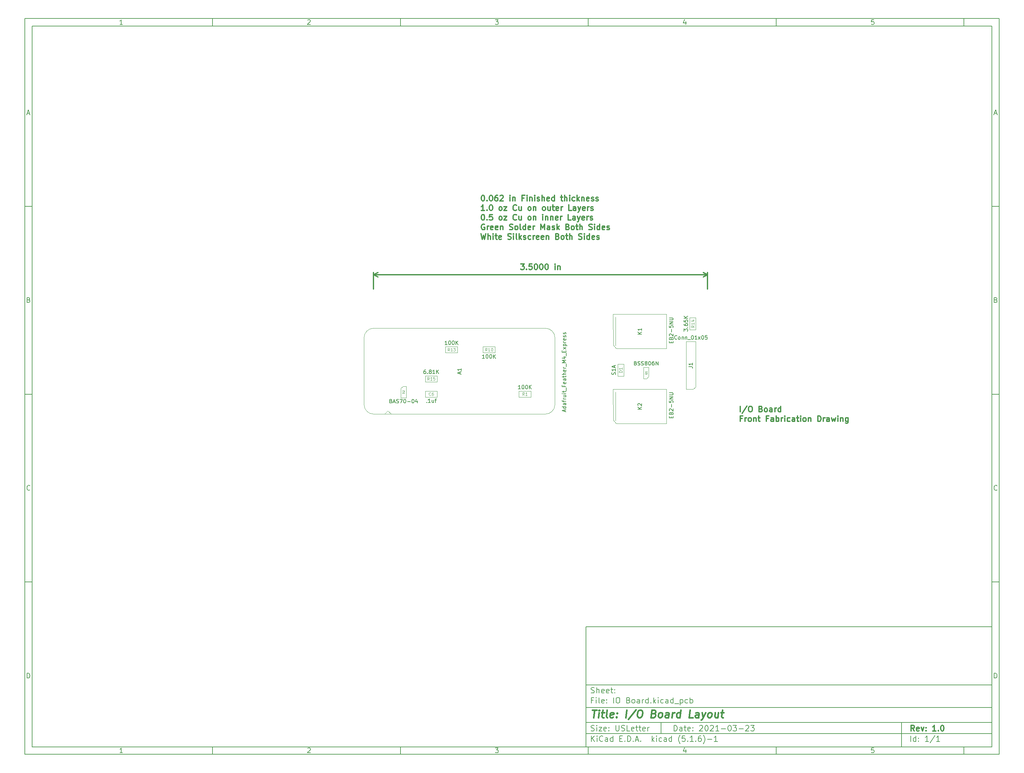
<source format=gbr>
G04 #@! TF.GenerationSoftware,KiCad,Pcbnew,(5.1.6)-1*
G04 #@! TF.CreationDate,2021-03-23T17:10:19-04:00*
G04 #@! TF.ProjectId,IO Board,494f2042-6f61-4726-942e-6b696361645f,1.0*
G04 #@! TF.SameCoordinates,Original*
G04 #@! TF.FileFunction,Other,Fab,Top*
%FSLAX46Y46*%
G04 Gerber Fmt 4.6, Leading zero omitted, Abs format (unit mm)*
G04 Created by KiCad (PCBNEW (5.1.6)-1) date 2021-03-23 17:10:19*
%MOMM*%
%LPD*%
G01*
G04 APERTURE LIST*
%ADD10C,0.100000*%
%ADD11C,0.150000*%
%ADD12C,0.300000*%
%ADD13C,0.400000*%
%ADD14C,0.120000*%
%ADD15C,0.075000*%
G04 APERTURE END LIST*
D10*
D11*
X159400000Y-171900000D02*
X159400000Y-203900000D01*
X267400000Y-203900000D01*
X267400000Y-171900000D01*
X159400000Y-171900000D01*
D10*
D11*
X10000000Y-10000000D02*
X10000000Y-205900000D01*
X269400000Y-205900000D01*
X269400000Y-10000000D01*
X10000000Y-10000000D01*
D10*
D11*
X12000000Y-12000000D02*
X12000000Y-203900000D01*
X267400000Y-203900000D01*
X267400000Y-12000000D01*
X12000000Y-12000000D01*
D10*
D11*
X60000000Y-12000000D02*
X60000000Y-10000000D01*
D10*
D11*
X110000000Y-12000000D02*
X110000000Y-10000000D01*
D10*
D11*
X160000000Y-12000000D02*
X160000000Y-10000000D01*
D10*
D11*
X210000000Y-12000000D02*
X210000000Y-10000000D01*
D10*
D11*
X260000000Y-12000000D02*
X260000000Y-10000000D01*
D10*
D11*
X36065476Y-11588095D02*
X35322619Y-11588095D01*
X35694047Y-11588095D02*
X35694047Y-10288095D01*
X35570238Y-10473809D01*
X35446428Y-10597619D01*
X35322619Y-10659523D01*
D10*
D11*
X85322619Y-10411904D02*
X85384523Y-10350000D01*
X85508333Y-10288095D01*
X85817857Y-10288095D01*
X85941666Y-10350000D01*
X86003571Y-10411904D01*
X86065476Y-10535714D01*
X86065476Y-10659523D01*
X86003571Y-10845238D01*
X85260714Y-11588095D01*
X86065476Y-11588095D01*
D10*
D11*
X135260714Y-10288095D02*
X136065476Y-10288095D01*
X135632142Y-10783333D01*
X135817857Y-10783333D01*
X135941666Y-10845238D01*
X136003571Y-10907142D01*
X136065476Y-11030952D01*
X136065476Y-11340476D01*
X136003571Y-11464285D01*
X135941666Y-11526190D01*
X135817857Y-11588095D01*
X135446428Y-11588095D01*
X135322619Y-11526190D01*
X135260714Y-11464285D01*
D10*
D11*
X185941666Y-10721428D02*
X185941666Y-11588095D01*
X185632142Y-10226190D02*
X185322619Y-11154761D01*
X186127380Y-11154761D01*
D10*
D11*
X236003571Y-10288095D02*
X235384523Y-10288095D01*
X235322619Y-10907142D01*
X235384523Y-10845238D01*
X235508333Y-10783333D01*
X235817857Y-10783333D01*
X235941666Y-10845238D01*
X236003571Y-10907142D01*
X236065476Y-11030952D01*
X236065476Y-11340476D01*
X236003571Y-11464285D01*
X235941666Y-11526190D01*
X235817857Y-11588095D01*
X235508333Y-11588095D01*
X235384523Y-11526190D01*
X235322619Y-11464285D01*
D10*
D11*
X60000000Y-203900000D02*
X60000000Y-205900000D01*
D10*
D11*
X110000000Y-203900000D02*
X110000000Y-205900000D01*
D10*
D11*
X160000000Y-203900000D02*
X160000000Y-205900000D01*
D10*
D11*
X210000000Y-203900000D02*
X210000000Y-205900000D01*
D10*
D11*
X260000000Y-203900000D02*
X260000000Y-205900000D01*
D10*
D11*
X36065476Y-205488095D02*
X35322619Y-205488095D01*
X35694047Y-205488095D02*
X35694047Y-204188095D01*
X35570238Y-204373809D01*
X35446428Y-204497619D01*
X35322619Y-204559523D01*
D10*
D11*
X85322619Y-204311904D02*
X85384523Y-204250000D01*
X85508333Y-204188095D01*
X85817857Y-204188095D01*
X85941666Y-204250000D01*
X86003571Y-204311904D01*
X86065476Y-204435714D01*
X86065476Y-204559523D01*
X86003571Y-204745238D01*
X85260714Y-205488095D01*
X86065476Y-205488095D01*
D10*
D11*
X135260714Y-204188095D02*
X136065476Y-204188095D01*
X135632142Y-204683333D01*
X135817857Y-204683333D01*
X135941666Y-204745238D01*
X136003571Y-204807142D01*
X136065476Y-204930952D01*
X136065476Y-205240476D01*
X136003571Y-205364285D01*
X135941666Y-205426190D01*
X135817857Y-205488095D01*
X135446428Y-205488095D01*
X135322619Y-205426190D01*
X135260714Y-205364285D01*
D10*
D11*
X185941666Y-204621428D02*
X185941666Y-205488095D01*
X185632142Y-204126190D02*
X185322619Y-205054761D01*
X186127380Y-205054761D01*
D10*
D11*
X236003571Y-204188095D02*
X235384523Y-204188095D01*
X235322619Y-204807142D01*
X235384523Y-204745238D01*
X235508333Y-204683333D01*
X235817857Y-204683333D01*
X235941666Y-204745238D01*
X236003571Y-204807142D01*
X236065476Y-204930952D01*
X236065476Y-205240476D01*
X236003571Y-205364285D01*
X235941666Y-205426190D01*
X235817857Y-205488095D01*
X235508333Y-205488095D01*
X235384523Y-205426190D01*
X235322619Y-205364285D01*
D10*
D11*
X10000000Y-60000000D02*
X12000000Y-60000000D01*
D10*
D11*
X10000000Y-110000000D02*
X12000000Y-110000000D01*
D10*
D11*
X10000000Y-160000000D02*
X12000000Y-160000000D01*
D10*
D11*
X10690476Y-35216666D02*
X11309523Y-35216666D01*
X10566666Y-35588095D02*
X11000000Y-34288095D01*
X11433333Y-35588095D01*
D10*
D11*
X11092857Y-84907142D02*
X11278571Y-84969047D01*
X11340476Y-85030952D01*
X11402380Y-85154761D01*
X11402380Y-85340476D01*
X11340476Y-85464285D01*
X11278571Y-85526190D01*
X11154761Y-85588095D01*
X10659523Y-85588095D01*
X10659523Y-84288095D01*
X11092857Y-84288095D01*
X11216666Y-84350000D01*
X11278571Y-84411904D01*
X11340476Y-84535714D01*
X11340476Y-84659523D01*
X11278571Y-84783333D01*
X11216666Y-84845238D01*
X11092857Y-84907142D01*
X10659523Y-84907142D01*
D10*
D11*
X11402380Y-135464285D02*
X11340476Y-135526190D01*
X11154761Y-135588095D01*
X11030952Y-135588095D01*
X10845238Y-135526190D01*
X10721428Y-135402380D01*
X10659523Y-135278571D01*
X10597619Y-135030952D01*
X10597619Y-134845238D01*
X10659523Y-134597619D01*
X10721428Y-134473809D01*
X10845238Y-134350000D01*
X11030952Y-134288095D01*
X11154761Y-134288095D01*
X11340476Y-134350000D01*
X11402380Y-134411904D01*
D10*
D11*
X10659523Y-185588095D02*
X10659523Y-184288095D01*
X10969047Y-184288095D01*
X11154761Y-184350000D01*
X11278571Y-184473809D01*
X11340476Y-184597619D01*
X11402380Y-184845238D01*
X11402380Y-185030952D01*
X11340476Y-185278571D01*
X11278571Y-185402380D01*
X11154761Y-185526190D01*
X10969047Y-185588095D01*
X10659523Y-185588095D01*
D10*
D11*
X269400000Y-60000000D02*
X267400000Y-60000000D01*
D10*
D11*
X269400000Y-110000000D02*
X267400000Y-110000000D01*
D10*
D11*
X269400000Y-160000000D02*
X267400000Y-160000000D01*
D10*
D11*
X268090476Y-35216666D02*
X268709523Y-35216666D01*
X267966666Y-35588095D02*
X268400000Y-34288095D01*
X268833333Y-35588095D01*
D10*
D11*
X268492857Y-84907142D02*
X268678571Y-84969047D01*
X268740476Y-85030952D01*
X268802380Y-85154761D01*
X268802380Y-85340476D01*
X268740476Y-85464285D01*
X268678571Y-85526190D01*
X268554761Y-85588095D01*
X268059523Y-85588095D01*
X268059523Y-84288095D01*
X268492857Y-84288095D01*
X268616666Y-84350000D01*
X268678571Y-84411904D01*
X268740476Y-84535714D01*
X268740476Y-84659523D01*
X268678571Y-84783333D01*
X268616666Y-84845238D01*
X268492857Y-84907142D01*
X268059523Y-84907142D01*
D10*
D11*
X268802380Y-135464285D02*
X268740476Y-135526190D01*
X268554761Y-135588095D01*
X268430952Y-135588095D01*
X268245238Y-135526190D01*
X268121428Y-135402380D01*
X268059523Y-135278571D01*
X267997619Y-135030952D01*
X267997619Y-134845238D01*
X268059523Y-134597619D01*
X268121428Y-134473809D01*
X268245238Y-134350000D01*
X268430952Y-134288095D01*
X268554761Y-134288095D01*
X268740476Y-134350000D01*
X268802380Y-134411904D01*
D10*
D11*
X268059523Y-185588095D02*
X268059523Y-184288095D01*
X268369047Y-184288095D01*
X268554761Y-184350000D01*
X268678571Y-184473809D01*
X268740476Y-184597619D01*
X268802380Y-184845238D01*
X268802380Y-185030952D01*
X268740476Y-185278571D01*
X268678571Y-185402380D01*
X268554761Y-185526190D01*
X268369047Y-185588095D01*
X268059523Y-185588095D01*
D10*
D11*
X182832142Y-199678571D02*
X182832142Y-198178571D01*
X183189285Y-198178571D01*
X183403571Y-198250000D01*
X183546428Y-198392857D01*
X183617857Y-198535714D01*
X183689285Y-198821428D01*
X183689285Y-199035714D01*
X183617857Y-199321428D01*
X183546428Y-199464285D01*
X183403571Y-199607142D01*
X183189285Y-199678571D01*
X182832142Y-199678571D01*
X184975000Y-199678571D02*
X184975000Y-198892857D01*
X184903571Y-198750000D01*
X184760714Y-198678571D01*
X184475000Y-198678571D01*
X184332142Y-198750000D01*
X184975000Y-199607142D02*
X184832142Y-199678571D01*
X184475000Y-199678571D01*
X184332142Y-199607142D01*
X184260714Y-199464285D01*
X184260714Y-199321428D01*
X184332142Y-199178571D01*
X184475000Y-199107142D01*
X184832142Y-199107142D01*
X184975000Y-199035714D01*
X185475000Y-198678571D02*
X186046428Y-198678571D01*
X185689285Y-198178571D02*
X185689285Y-199464285D01*
X185760714Y-199607142D01*
X185903571Y-199678571D01*
X186046428Y-199678571D01*
X187117857Y-199607142D02*
X186975000Y-199678571D01*
X186689285Y-199678571D01*
X186546428Y-199607142D01*
X186475000Y-199464285D01*
X186475000Y-198892857D01*
X186546428Y-198750000D01*
X186689285Y-198678571D01*
X186975000Y-198678571D01*
X187117857Y-198750000D01*
X187189285Y-198892857D01*
X187189285Y-199035714D01*
X186475000Y-199178571D01*
X187832142Y-199535714D02*
X187903571Y-199607142D01*
X187832142Y-199678571D01*
X187760714Y-199607142D01*
X187832142Y-199535714D01*
X187832142Y-199678571D01*
X187832142Y-198750000D02*
X187903571Y-198821428D01*
X187832142Y-198892857D01*
X187760714Y-198821428D01*
X187832142Y-198750000D01*
X187832142Y-198892857D01*
X189617857Y-198321428D02*
X189689285Y-198250000D01*
X189832142Y-198178571D01*
X190189285Y-198178571D01*
X190332142Y-198250000D01*
X190403571Y-198321428D01*
X190475000Y-198464285D01*
X190475000Y-198607142D01*
X190403571Y-198821428D01*
X189546428Y-199678571D01*
X190475000Y-199678571D01*
X191403571Y-198178571D02*
X191546428Y-198178571D01*
X191689285Y-198250000D01*
X191760714Y-198321428D01*
X191832142Y-198464285D01*
X191903571Y-198750000D01*
X191903571Y-199107142D01*
X191832142Y-199392857D01*
X191760714Y-199535714D01*
X191689285Y-199607142D01*
X191546428Y-199678571D01*
X191403571Y-199678571D01*
X191260714Y-199607142D01*
X191189285Y-199535714D01*
X191117857Y-199392857D01*
X191046428Y-199107142D01*
X191046428Y-198750000D01*
X191117857Y-198464285D01*
X191189285Y-198321428D01*
X191260714Y-198250000D01*
X191403571Y-198178571D01*
X192475000Y-198321428D02*
X192546428Y-198250000D01*
X192689285Y-198178571D01*
X193046428Y-198178571D01*
X193189285Y-198250000D01*
X193260714Y-198321428D01*
X193332142Y-198464285D01*
X193332142Y-198607142D01*
X193260714Y-198821428D01*
X192403571Y-199678571D01*
X193332142Y-199678571D01*
X194760714Y-199678571D02*
X193903571Y-199678571D01*
X194332142Y-199678571D02*
X194332142Y-198178571D01*
X194189285Y-198392857D01*
X194046428Y-198535714D01*
X193903571Y-198607142D01*
X195403571Y-199107142D02*
X196546428Y-199107142D01*
X197546428Y-198178571D02*
X197689285Y-198178571D01*
X197832142Y-198250000D01*
X197903571Y-198321428D01*
X197975000Y-198464285D01*
X198046428Y-198750000D01*
X198046428Y-199107142D01*
X197975000Y-199392857D01*
X197903571Y-199535714D01*
X197832142Y-199607142D01*
X197689285Y-199678571D01*
X197546428Y-199678571D01*
X197403571Y-199607142D01*
X197332142Y-199535714D01*
X197260714Y-199392857D01*
X197189285Y-199107142D01*
X197189285Y-198750000D01*
X197260714Y-198464285D01*
X197332142Y-198321428D01*
X197403571Y-198250000D01*
X197546428Y-198178571D01*
X198546428Y-198178571D02*
X199475000Y-198178571D01*
X198975000Y-198750000D01*
X199189285Y-198750000D01*
X199332142Y-198821428D01*
X199403571Y-198892857D01*
X199475000Y-199035714D01*
X199475000Y-199392857D01*
X199403571Y-199535714D01*
X199332142Y-199607142D01*
X199189285Y-199678571D01*
X198760714Y-199678571D01*
X198617857Y-199607142D01*
X198546428Y-199535714D01*
X200117857Y-199107142D02*
X201260714Y-199107142D01*
X201903571Y-198321428D02*
X201975000Y-198250000D01*
X202117857Y-198178571D01*
X202475000Y-198178571D01*
X202617857Y-198250000D01*
X202689285Y-198321428D01*
X202760714Y-198464285D01*
X202760714Y-198607142D01*
X202689285Y-198821428D01*
X201832142Y-199678571D01*
X202760714Y-199678571D01*
X203260714Y-198178571D02*
X204189285Y-198178571D01*
X203689285Y-198750000D01*
X203903571Y-198750000D01*
X204046428Y-198821428D01*
X204117857Y-198892857D01*
X204189285Y-199035714D01*
X204189285Y-199392857D01*
X204117857Y-199535714D01*
X204046428Y-199607142D01*
X203903571Y-199678571D01*
X203475000Y-199678571D01*
X203332142Y-199607142D01*
X203260714Y-199535714D01*
D10*
D11*
X159400000Y-200400000D02*
X267400000Y-200400000D01*
D10*
D11*
X160832142Y-202478571D02*
X160832142Y-200978571D01*
X161689285Y-202478571D02*
X161046428Y-201621428D01*
X161689285Y-200978571D02*
X160832142Y-201835714D01*
X162332142Y-202478571D02*
X162332142Y-201478571D01*
X162332142Y-200978571D02*
X162260714Y-201050000D01*
X162332142Y-201121428D01*
X162403571Y-201050000D01*
X162332142Y-200978571D01*
X162332142Y-201121428D01*
X163903571Y-202335714D02*
X163832142Y-202407142D01*
X163617857Y-202478571D01*
X163475000Y-202478571D01*
X163260714Y-202407142D01*
X163117857Y-202264285D01*
X163046428Y-202121428D01*
X162975000Y-201835714D01*
X162975000Y-201621428D01*
X163046428Y-201335714D01*
X163117857Y-201192857D01*
X163260714Y-201050000D01*
X163475000Y-200978571D01*
X163617857Y-200978571D01*
X163832142Y-201050000D01*
X163903571Y-201121428D01*
X165189285Y-202478571D02*
X165189285Y-201692857D01*
X165117857Y-201550000D01*
X164975000Y-201478571D01*
X164689285Y-201478571D01*
X164546428Y-201550000D01*
X165189285Y-202407142D02*
X165046428Y-202478571D01*
X164689285Y-202478571D01*
X164546428Y-202407142D01*
X164475000Y-202264285D01*
X164475000Y-202121428D01*
X164546428Y-201978571D01*
X164689285Y-201907142D01*
X165046428Y-201907142D01*
X165189285Y-201835714D01*
X166546428Y-202478571D02*
X166546428Y-200978571D01*
X166546428Y-202407142D02*
X166403571Y-202478571D01*
X166117857Y-202478571D01*
X165975000Y-202407142D01*
X165903571Y-202335714D01*
X165832142Y-202192857D01*
X165832142Y-201764285D01*
X165903571Y-201621428D01*
X165975000Y-201550000D01*
X166117857Y-201478571D01*
X166403571Y-201478571D01*
X166546428Y-201550000D01*
X168403571Y-201692857D02*
X168903571Y-201692857D01*
X169117857Y-202478571D02*
X168403571Y-202478571D01*
X168403571Y-200978571D01*
X169117857Y-200978571D01*
X169760714Y-202335714D02*
X169832142Y-202407142D01*
X169760714Y-202478571D01*
X169689285Y-202407142D01*
X169760714Y-202335714D01*
X169760714Y-202478571D01*
X170475000Y-202478571D02*
X170475000Y-200978571D01*
X170832142Y-200978571D01*
X171046428Y-201050000D01*
X171189285Y-201192857D01*
X171260714Y-201335714D01*
X171332142Y-201621428D01*
X171332142Y-201835714D01*
X171260714Y-202121428D01*
X171189285Y-202264285D01*
X171046428Y-202407142D01*
X170832142Y-202478571D01*
X170475000Y-202478571D01*
X171975000Y-202335714D02*
X172046428Y-202407142D01*
X171975000Y-202478571D01*
X171903571Y-202407142D01*
X171975000Y-202335714D01*
X171975000Y-202478571D01*
X172617857Y-202050000D02*
X173332142Y-202050000D01*
X172475000Y-202478571D02*
X172975000Y-200978571D01*
X173475000Y-202478571D01*
X173975000Y-202335714D02*
X174046428Y-202407142D01*
X173975000Y-202478571D01*
X173903571Y-202407142D01*
X173975000Y-202335714D01*
X173975000Y-202478571D01*
X176975000Y-202478571D02*
X176975000Y-200978571D01*
X177117857Y-201907142D02*
X177546428Y-202478571D01*
X177546428Y-201478571D02*
X176975000Y-202050000D01*
X178189285Y-202478571D02*
X178189285Y-201478571D01*
X178189285Y-200978571D02*
X178117857Y-201050000D01*
X178189285Y-201121428D01*
X178260714Y-201050000D01*
X178189285Y-200978571D01*
X178189285Y-201121428D01*
X179546428Y-202407142D02*
X179403571Y-202478571D01*
X179117857Y-202478571D01*
X178975000Y-202407142D01*
X178903571Y-202335714D01*
X178832142Y-202192857D01*
X178832142Y-201764285D01*
X178903571Y-201621428D01*
X178975000Y-201550000D01*
X179117857Y-201478571D01*
X179403571Y-201478571D01*
X179546428Y-201550000D01*
X180832142Y-202478571D02*
X180832142Y-201692857D01*
X180760714Y-201550000D01*
X180617857Y-201478571D01*
X180332142Y-201478571D01*
X180189285Y-201550000D01*
X180832142Y-202407142D02*
X180689285Y-202478571D01*
X180332142Y-202478571D01*
X180189285Y-202407142D01*
X180117857Y-202264285D01*
X180117857Y-202121428D01*
X180189285Y-201978571D01*
X180332142Y-201907142D01*
X180689285Y-201907142D01*
X180832142Y-201835714D01*
X182189285Y-202478571D02*
X182189285Y-200978571D01*
X182189285Y-202407142D02*
X182046428Y-202478571D01*
X181760714Y-202478571D01*
X181617857Y-202407142D01*
X181546428Y-202335714D01*
X181475000Y-202192857D01*
X181475000Y-201764285D01*
X181546428Y-201621428D01*
X181617857Y-201550000D01*
X181760714Y-201478571D01*
X182046428Y-201478571D01*
X182189285Y-201550000D01*
X184475000Y-203050000D02*
X184403571Y-202978571D01*
X184260714Y-202764285D01*
X184189285Y-202621428D01*
X184117857Y-202407142D01*
X184046428Y-202050000D01*
X184046428Y-201764285D01*
X184117857Y-201407142D01*
X184189285Y-201192857D01*
X184260714Y-201050000D01*
X184403571Y-200835714D01*
X184475000Y-200764285D01*
X185760714Y-200978571D02*
X185046428Y-200978571D01*
X184975000Y-201692857D01*
X185046428Y-201621428D01*
X185189285Y-201550000D01*
X185546428Y-201550000D01*
X185689285Y-201621428D01*
X185760714Y-201692857D01*
X185832142Y-201835714D01*
X185832142Y-202192857D01*
X185760714Y-202335714D01*
X185689285Y-202407142D01*
X185546428Y-202478571D01*
X185189285Y-202478571D01*
X185046428Y-202407142D01*
X184975000Y-202335714D01*
X186475000Y-202335714D02*
X186546428Y-202407142D01*
X186475000Y-202478571D01*
X186403571Y-202407142D01*
X186475000Y-202335714D01*
X186475000Y-202478571D01*
X187975000Y-202478571D02*
X187117857Y-202478571D01*
X187546428Y-202478571D02*
X187546428Y-200978571D01*
X187403571Y-201192857D01*
X187260714Y-201335714D01*
X187117857Y-201407142D01*
X188617857Y-202335714D02*
X188689285Y-202407142D01*
X188617857Y-202478571D01*
X188546428Y-202407142D01*
X188617857Y-202335714D01*
X188617857Y-202478571D01*
X189975000Y-200978571D02*
X189689285Y-200978571D01*
X189546428Y-201050000D01*
X189475000Y-201121428D01*
X189332142Y-201335714D01*
X189260714Y-201621428D01*
X189260714Y-202192857D01*
X189332142Y-202335714D01*
X189403571Y-202407142D01*
X189546428Y-202478571D01*
X189832142Y-202478571D01*
X189975000Y-202407142D01*
X190046428Y-202335714D01*
X190117857Y-202192857D01*
X190117857Y-201835714D01*
X190046428Y-201692857D01*
X189975000Y-201621428D01*
X189832142Y-201550000D01*
X189546428Y-201550000D01*
X189403571Y-201621428D01*
X189332142Y-201692857D01*
X189260714Y-201835714D01*
X190617857Y-203050000D02*
X190689285Y-202978571D01*
X190832142Y-202764285D01*
X190903571Y-202621428D01*
X190975000Y-202407142D01*
X191046428Y-202050000D01*
X191046428Y-201764285D01*
X190975000Y-201407142D01*
X190903571Y-201192857D01*
X190832142Y-201050000D01*
X190689285Y-200835714D01*
X190617857Y-200764285D01*
X191760714Y-201907142D02*
X192903571Y-201907142D01*
X194403571Y-202478571D02*
X193546428Y-202478571D01*
X193975000Y-202478571D02*
X193975000Y-200978571D01*
X193832142Y-201192857D01*
X193689285Y-201335714D01*
X193546428Y-201407142D01*
D10*
D11*
X159400000Y-197400000D02*
X267400000Y-197400000D01*
D10*
D12*
X246809285Y-199678571D02*
X246309285Y-198964285D01*
X245952142Y-199678571D02*
X245952142Y-198178571D01*
X246523571Y-198178571D01*
X246666428Y-198250000D01*
X246737857Y-198321428D01*
X246809285Y-198464285D01*
X246809285Y-198678571D01*
X246737857Y-198821428D01*
X246666428Y-198892857D01*
X246523571Y-198964285D01*
X245952142Y-198964285D01*
X248023571Y-199607142D02*
X247880714Y-199678571D01*
X247595000Y-199678571D01*
X247452142Y-199607142D01*
X247380714Y-199464285D01*
X247380714Y-198892857D01*
X247452142Y-198750000D01*
X247595000Y-198678571D01*
X247880714Y-198678571D01*
X248023571Y-198750000D01*
X248095000Y-198892857D01*
X248095000Y-199035714D01*
X247380714Y-199178571D01*
X248595000Y-198678571D02*
X248952142Y-199678571D01*
X249309285Y-198678571D01*
X249880714Y-199535714D02*
X249952142Y-199607142D01*
X249880714Y-199678571D01*
X249809285Y-199607142D01*
X249880714Y-199535714D01*
X249880714Y-199678571D01*
X249880714Y-198750000D02*
X249952142Y-198821428D01*
X249880714Y-198892857D01*
X249809285Y-198821428D01*
X249880714Y-198750000D01*
X249880714Y-198892857D01*
X252523571Y-199678571D02*
X251666428Y-199678571D01*
X252095000Y-199678571D02*
X252095000Y-198178571D01*
X251952142Y-198392857D01*
X251809285Y-198535714D01*
X251666428Y-198607142D01*
X253166428Y-199535714D02*
X253237857Y-199607142D01*
X253166428Y-199678571D01*
X253095000Y-199607142D01*
X253166428Y-199535714D01*
X253166428Y-199678571D01*
X254166428Y-198178571D02*
X254309285Y-198178571D01*
X254452142Y-198250000D01*
X254523571Y-198321428D01*
X254595000Y-198464285D01*
X254666428Y-198750000D01*
X254666428Y-199107142D01*
X254595000Y-199392857D01*
X254523571Y-199535714D01*
X254452142Y-199607142D01*
X254309285Y-199678571D01*
X254166428Y-199678571D01*
X254023571Y-199607142D01*
X253952142Y-199535714D01*
X253880714Y-199392857D01*
X253809285Y-199107142D01*
X253809285Y-198750000D01*
X253880714Y-198464285D01*
X253952142Y-198321428D01*
X254023571Y-198250000D01*
X254166428Y-198178571D01*
D10*
D11*
X160760714Y-199607142D02*
X160975000Y-199678571D01*
X161332142Y-199678571D01*
X161475000Y-199607142D01*
X161546428Y-199535714D01*
X161617857Y-199392857D01*
X161617857Y-199250000D01*
X161546428Y-199107142D01*
X161475000Y-199035714D01*
X161332142Y-198964285D01*
X161046428Y-198892857D01*
X160903571Y-198821428D01*
X160832142Y-198750000D01*
X160760714Y-198607142D01*
X160760714Y-198464285D01*
X160832142Y-198321428D01*
X160903571Y-198250000D01*
X161046428Y-198178571D01*
X161403571Y-198178571D01*
X161617857Y-198250000D01*
X162260714Y-199678571D02*
X162260714Y-198678571D01*
X162260714Y-198178571D02*
X162189285Y-198250000D01*
X162260714Y-198321428D01*
X162332142Y-198250000D01*
X162260714Y-198178571D01*
X162260714Y-198321428D01*
X162832142Y-198678571D02*
X163617857Y-198678571D01*
X162832142Y-199678571D01*
X163617857Y-199678571D01*
X164760714Y-199607142D02*
X164617857Y-199678571D01*
X164332142Y-199678571D01*
X164189285Y-199607142D01*
X164117857Y-199464285D01*
X164117857Y-198892857D01*
X164189285Y-198750000D01*
X164332142Y-198678571D01*
X164617857Y-198678571D01*
X164760714Y-198750000D01*
X164832142Y-198892857D01*
X164832142Y-199035714D01*
X164117857Y-199178571D01*
X165475000Y-199535714D02*
X165546428Y-199607142D01*
X165475000Y-199678571D01*
X165403571Y-199607142D01*
X165475000Y-199535714D01*
X165475000Y-199678571D01*
X165475000Y-198750000D02*
X165546428Y-198821428D01*
X165475000Y-198892857D01*
X165403571Y-198821428D01*
X165475000Y-198750000D01*
X165475000Y-198892857D01*
X167332142Y-198178571D02*
X167332142Y-199392857D01*
X167403571Y-199535714D01*
X167475000Y-199607142D01*
X167617857Y-199678571D01*
X167903571Y-199678571D01*
X168046428Y-199607142D01*
X168117857Y-199535714D01*
X168189285Y-199392857D01*
X168189285Y-198178571D01*
X168832142Y-199607142D02*
X169046428Y-199678571D01*
X169403571Y-199678571D01*
X169546428Y-199607142D01*
X169617857Y-199535714D01*
X169689285Y-199392857D01*
X169689285Y-199250000D01*
X169617857Y-199107142D01*
X169546428Y-199035714D01*
X169403571Y-198964285D01*
X169117857Y-198892857D01*
X168975000Y-198821428D01*
X168903571Y-198750000D01*
X168832142Y-198607142D01*
X168832142Y-198464285D01*
X168903571Y-198321428D01*
X168975000Y-198250000D01*
X169117857Y-198178571D01*
X169475000Y-198178571D01*
X169689285Y-198250000D01*
X171046428Y-199678571D02*
X170332142Y-199678571D01*
X170332142Y-198178571D01*
X172117857Y-199607142D02*
X171975000Y-199678571D01*
X171689285Y-199678571D01*
X171546428Y-199607142D01*
X171475000Y-199464285D01*
X171475000Y-198892857D01*
X171546428Y-198750000D01*
X171689285Y-198678571D01*
X171975000Y-198678571D01*
X172117857Y-198750000D01*
X172189285Y-198892857D01*
X172189285Y-199035714D01*
X171475000Y-199178571D01*
X172617857Y-198678571D02*
X173189285Y-198678571D01*
X172832142Y-198178571D02*
X172832142Y-199464285D01*
X172903571Y-199607142D01*
X173046428Y-199678571D01*
X173189285Y-199678571D01*
X173475000Y-198678571D02*
X174046428Y-198678571D01*
X173689285Y-198178571D02*
X173689285Y-199464285D01*
X173760714Y-199607142D01*
X173903571Y-199678571D01*
X174046428Y-199678571D01*
X175117857Y-199607142D02*
X174975000Y-199678571D01*
X174689285Y-199678571D01*
X174546428Y-199607142D01*
X174475000Y-199464285D01*
X174475000Y-198892857D01*
X174546428Y-198750000D01*
X174689285Y-198678571D01*
X174975000Y-198678571D01*
X175117857Y-198750000D01*
X175189285Y-198892857D01*
X175189285Y-199035714D01*
X174475000Y-199178571D01*
X175832142Y-199678571D02*
X175832142Y-198678571D01*
X175832142Y-198964285D02*
X175903571Y-198821428D01*
X175975000Y-198750000D01*
X176117857Y-198678571D01*
X176260714Y-198678571D01*
D10*
D11*
X245832142Y-202478571D02*
X245832142Y-200978571D01*
X247189285Y-202478571D02*
X247189285Y-200978571D01*
X247189285Y-202407142D02*
X247046428Y-202478571D01*
X246760714Y-202478571D01*
X246617857Y-202407142D01*
X246546428Y-202335714D01*
X246475000Y-202192857D01*
X246475000Y-201764285D01*
X246546428Y-201621428D01*
X246617857Y-201550000D01*
X246760714Y-201478571D01*
X247046428Y-201478571D01*
X247189285Y-201550000D01*
X247903571Y-202335714D02*
X247975000Y-202407142D01*
X247903571Y-202478571D01*
X247832142Y-202407142D01*
X247903571Y-202335714D01*
X247903571Y-202478571D01*
X247903571Y-201550000D02*
X247975000Y-201621428D01*
X247903571Y-201692857D01*
X247832142Y-201621428D01*
X247903571Y-201550000D01*
X247903571Y-201692857D01*
X250546428Y-202478571D02*
X249689285Y-202478571D01*
X250117857Y-202478571D02*
X250117857Y-200978571D01*
X249975000Y-201192857D01*
X249832142Y-201335714D01*
X249689285Y-201407142D01*
X252260714Y-200907142D02*
X250975000Y-202835714D01*
X253546428Y-202478571D02*
X252689285Y-202478571D01*
X253117857Y-202478571D02*
X253117857Y-200978571D01*
X252975000Y-201192857D01*
X252832142Y-201335714D01*
X252689285Y-201407142D01*
D10*
D11*
X159400000Y-193400000D02*
X267400000Y-193400000D01*
D10*
D13*
X161112380Y-194104761D02*
X162255238Y-194104761D01*
X161433809Y-196104761D02*
X161683809Y-194104761D01*
X162671904Y-196104761D02*
X162838571Y-194771428D01*
X162921904Y-194104761D02*
X162814761Y-194200000D01*
X162898095Y-194295238D01*
X163005238Y-194200000D01*
X162921904Y-194104761D01*
X162898095Y-194295238D01*
X163505238Y-194771428D02*
X164267142Y-194771428D01*
X163874285Y-194104761D02*
X163660000Y-195819047D01*
X163731428Y-196009523D01*
X163910000Y-196104761D01*
X164100476Y-196104761D01*
X165052857Y-196104761D02*
X164874285Y-196009523D01*
X164802857Y-195819047D01*
X165017142Y-194104761D01*
X166588571Y-196009523D02*
X166386190Y-196104761D01*
X166005238Y-196104761D01*
X165826666Y-196009523D01*
X165755238Y-195819047D01*
X165850476Y-195057142D01*
X165969523Y-194866666D01*
X166171904Y-194771428D01*
X166552857Y-194771428D01*
X166731428Y-194866666D01*
X166802857Y-195057142D01*
X166779047Y-195247619D01*
X165802857Y-195438095D01*
X167552857Y-195914285D02*
X167636190Y-196009523D01*
X167529047Y-196104761D01*
X167445714Y-196009523D01*
X167552857Y-195914285D01*
X167529047Y-196104761D01*
X167683809Y-194866666D02*
X167767142Y-194961904D01*
X167660000Y-195057142D01*
X167576666Y-194961904D01*
X167683809Y-194866666D01*
X167660000Y-195057142D01*
X170005238Y-196104761D02*
X170255238Y-194104761D01*
X172648095Y-194009523D02*
X170612380Y-196580952D01*
X173683809Y-194104761D02*
X174064761Y-194104761D01*
X174243333Y-194200000D01*
X174410000Y-194390476D01*
X174457619Y-194771428D01*
X174374285Y-195438095D01*
X174231428Y-195819047D01*
X174017142Y-196009523D01*
X173814761Y-196104761D01*
X173433809Y-196104761D01*
X173255238Y-196009523D01*
X173088571Y-195819047D01*
X173040952Y-195438095D01*
X173124285Y-194771428D01*
X173267142Y-194390476D01*
X173481428Y-194200000D01*
X173683809Y-194104761D01*
X177469523Y-195057142D02*
X177743333Y-195152380D01*
X177826666Y-195247619D01*
X177898095Y-195438095D01*
X177862380Y-195723809D01*
X177743333Y-195914285D01*
X177636190Y-196009523D01*
X177433809Y-196104761D01*
X176671904Y-196104761D01*
X176921904Y-194104761D01*
X177588571Y-194104761D01*
X177767142Y-194200000D01*
X177850476Y-194295238D01*
X177921904Y-194485714D01*
X177898095Y-194676190D01*
X177779047Y-194866666D01*
X177671904Y-194961904D01*
X177469523Y-195057142D01*
X176802857Y-195057142D01*
X178957619Y-196104761D02*
X178779047Y-196009523D01*
X178695714Y-195914285D01*
X178624285Y-195723809D01*
X178695714Y-195152380D01*
X178814761Y-194961904D01*
X178921904Y-194866666D01*
X179124285Y-194771428D01*
X179410000Y-194771428D01*
X179588571Y-194866666D01*
X179671904Y-194961904D01*
X179743333Y-195152380D01*
X179671904Y-195723809D01*
X179552857Y-195914285D01*
X179445714Y-196009523D01*
X179243333Y-196104761D01*
X178957619Y-196104761D01*
X181338571Y-196104761D02*
X181469523Y-195057142D01*
X181398095Y-194866666D01*
X181219523Y-194771428D01*
X180838571Y-194771428D01*
X180636190Y-194866666D01*
X181350476Y-196009523D02*
X181148095Y-196104761D01*
X180671904Y-196104761D01*
X180493333Y-196009523D01*
X180421904Y-195819047D01*
X180445714Y-195628571D01*
X180564761Y-195438095D01*
X180767142Y-195342857D01*
X181243333Y-195342857D01*
X181445714Y-195247619D01*
X182290952Y-196104761D02*
X182457619Y-194771428D01*
X182410000Y-195152380D02*
X182529047Y-194961904D01*
X182636190Y-194866666D01*
X182838571Y-194771428D01*
X183029047Y-194771428D01*
X184386190Y-196104761D02*
X184636190Y-194104761D01*
X184398095Y-196009523D02*
X184195714Y-196104761D01*
X183814761Y-196104761D01*
X183636190Y-196009523D01*
X183552857Y-195914285D01*
X183481428Y-195723809D01*
X183552857Y-195152380D01*
X183671904Y-194961904D01*
X183779047Y-194866666D01*
X183981428Y-194771428D01*
X184362380Y-194771428D01*
X184540952Y-194866666D01*
X187814761Y-196104761D02*
X186862380Y-196104761D01*
X187112380Y-194104761D01*
X189338571Y-196104761D02*
X189469523Y-195057142D01*
X189398095Y-194866666D01*
X189219523Y-194771428D01*
X188838571Y-194771428D01*
X188636190Y-194866666D01*
X189350476Y-196009523D02*
X189148095Y-196104761D01*
X188671904Y-196104761D01*
X188493333Y-196009523D01*
X188421904Y-195819047D01*
X188445714Y-195628571D01*
X188564761Y-195438095D01*
X188767142Y-195342857D01*
X189243333Y-195342857D01*
X189445714Y-195247619D01*
X190267142Y-194771428D02*
X190576666Y-196104761D01*
X191219523Y-194771428D02*
X190576666Y-196104761D01*
X190326666Y-196580952D01*
X190219523Y-196676190D01*
X190017142Y-196771428D01*
X192100476Y-196104761D02*
X191921904Y-196009523D01*
X191838571Y-195914285D01*
X191767142Y-195723809D01*
X191838571Y-195152380D01*
X191957619Y-194961904D01*
X192064761Y-194866666D01*
X192267142Y-194771428D01*
X192552857Y-194771428D01*
X192731428Y-194866666D01*
X192814761Y-194961904D01*
X192886190Y-195152380D01*
X192814761Y-195723809D01*
X192695714Y-195914285D01*
X192588571Y-196009523D01*
X192386190Y-196104761D01*
X192100476Y-196104761D01*
X194648095Y-194771428D02*
X194481428Y-196104761D01*
X193790952Y-194771428D02*
X193660000Y-195819047D01*
X193731428Y-196009523D01*
X193910000Y-196104761D01*
X194195714Y-196104761D01*
X194398095Y-196009523D01*
X194505238Y-195914285D01*
X195314761Y-194771428D02*
X196076666Y-194771428D01*
X195683809Y-194104761D02*
X195469523Y-195819047D01*
X195540952Y-196009523D01*
X195719523Y-196104761D01*
X195910000Y-196104761D01*
D10*
D11*
X161332142Y-191492857D02*
X160832142Y-191492857D01*
X160832142Y-192278571D02*
X160832142Y-190778571D01*
X161546428Y-190778571D01*
X162117857Y-192278571D02*
X162117857Y-191278571D01*
X162117857Y-190778571D02*
X162046428Y-190850000D01*
X162117857Y-190921428D01*
X162189285Y-190850000D01*
X162117857Y-190778571D01*
X162117857Y-190921428D01*
X163046428Y-192278571D02*
X162903571Y-192207142D01*
X162832142Y-192064285D01*
X162832142Y-190778571D01*
X164189285Y-192207142D02*
X164046428Y-192278571D01*
X163760714Y-192278571D01*
X163617857Y-192207142D01*
X163546428Y-192064285D01*
X163546428Y-191492857D01*
X163617857Y-191350000D01*
X163760714Y-191278571D01*
X164046428Y-191278571D01*
X164189285Y-191350000D01*
X164260714Y-191492857D01*
X164260714Y-191635714D01*
X163546428Y-191778571D01*
X164903571Y-192135714D02*
X164975000Y-192207142D01*
X164903571Y-192278571D01*
X164832142Y-192207142D01*
X164903571Y-192135714D01*
X164903571Y-192278571D01*
X164903571Y-191350000D02*
X164975000Y-191421428D01*
X164903571Y-191492857D01*
X164832142Y-191421428D01*
X164903571Y-191350000D01*
X164903571Y-191492857D01*
X166760714Y-192278571D02*
X166760714Y-190778571D01*
X167760714Y-190778571D02*
X168046428Y-190778571D01*
X168189285Y-190850000D01*
X168332142Y-190992857D01*
X168403571Y-191278571D01*
X168403571Y-191778571D01*
X168332142Y-192064285D01*
X168189285Y-192207142D01*
X168046428Y-192278571D01*
X167760714Y-192278571D01*
X167617857Y-192207142D01*
X167475000Y-192064285D01*
X167403571Y-191778571D01*
X167403571Y-191278571D01*
X167475000Y-190992857D01*
X167617857Y-190850000D01*
X167760714Y-190778571D01*
X170689285Y-191492857D02*
X170903571Y-191564285D01*
X170975000Y-191635714D01*
X171046428Y-191778571D01*
X171046428Y-191992857D01*
X170975000Y-192135714D01*
X170903571Y-192207142D01*
X170760714Y-192278571D01*
X170189285Y-192278571D01*
X170189285Y-190778571D01*
X170689285Y-190778571D01*
X170832142Y-190850000D01*
X170903571Y-190921428D01*
X170975000Y-191064285D01*
X170975000Y-191207142D01*
X170903571Y-191350000D01*
X170832142Y-191421428D01*
X170689285Y-191492857D01*
X170189285Y-191492857D01*
X171903571Y-192278571D02*
X171760714Y-192207142D01*
X171689285Y-192135714D01*
X171617857Y-191992857D01*
X171617857Y-191564285D01*
X171689285Y-191421428D01*
X171760714Y-191350000D01*
X171903571Y-191278571D01*
X172117857Y-191278571D01*
X172260714Y-191350000D01*
X172332142Y-191421428D01*
X172403571Y-191564285D01*
X172403571Y-191992857D01*
X172332142Y-192135714D01*
X172260714Y-192207142D01*
X172117857Y-192278571D01*
X171903571Y-192278571D01*
X173689285Y-192278571D02*
X173689285Y-191492857D01*
X173617857Y-191350000D01*
X173475000Y-191278571D01*
X173189285Y-191278571D01*
X173046428Y-191350000D01*
X173689285Y-192207142D02*
X173546428Y-192278571D01*
X173189285Y-192278571D01*
X173046428Y-192207142D01*
X172975000Y-192064285D01*
X172975000Y-191921428D01*
X173046428Y-191778571D01*
X173189285Y-191707142D01*
X173546428Y-191707142D01*
X173689285Y-191635714D01*
X174403571Y-192278571D02*
X174403571Y-191278571D01*
X174403571Y-191564285D02*
X174475000Y-191421428D01*
X174546428Y-191350000D01*
X174689285Y-191278571D01*
X174832142Y-191278571D01*
X175975000Y-192278571D02*
X175975000Y-190778571D01*
X175975000Y-192207142D02*
X175832142Y-192278571D01*
X175546428Y-192278571D01*
X175403571Y-192207142D01*
X175332142Y-192135714D01*
X175260714Y-191992857D01*
X175260714Y-191564285D01*
X175332142Y-191421428D01*
X175403571Y-191350000D01*
X175546428Y-191278571D01*
X175832142Y-191278571D01*
X175975000Y-191350000D01*
X176689285Y-192135714D02*
X176760714Y-192207142D01*
X176689285Y-192278571D01*
X176617857Y-192207142D01*
X176689285Y-192135714D01*
X176689285Y-192278571D01*
X177403571Y-192278571D02*
X177403571Y-190778571D01*
X177546428Y-191707142D02*
X177975000Y-192278571D01*
X177975000Y-191278571D02*
X177403571Y-191850000D01*
X178617857Y-192278571D02*
X178617857Y-191278571D01*
X178617857Y-190778571D02*
X178546428Y-190850000D01*
X178617857Y-190921428D01*
X178689285Y-190850000D01*
X178617857Y-190778571D01*
X178617857Y-190921428D01*
X179975000Y-192207142D02*
X179832142Y-192278571D01*
X179546428Y-192278571D01*
X179403571Y-192207142D01*
X179332142Y-192135714D01*
X179260714Y-191992857D01*
X179260714Y-191564285D01*
X179332142Y-191421428D01*
X179403571Y-191350000D01*
X179546428Y-191278571D01*
X179832142Y-191278571D01*
X179975000Y-191350000D01*
X181260714Y-192278571D02*
X181260714Y-191492857D01*
X181189285Y-191350000D01*
X181046428Y-191278571D01*
X180760714Y-191278571D01*
X180617857Y-191350000D01*
X181260714Y-192207142D02*
X181117857Y-192278571D01*
X180760714Y-192278571D01*
X180617857Y-192207142D01*
X180546428Y-192064285D01*
X180546428Y-191921428D01*
X180617857Y-191778571D01*
X180760714Y-191707142D01*
X181117857Y-191707142D01*
X181260714Y-191635714D01*
X182617857Y-192278571D02*
X182617857Y-190778571D01*
X182617857Y-192207142D02*
X182475000Y-192278571D01*
X182189285Y-192278571D01*
X182046428Y-192207142D01*
X181975000Y-192135714D01*
X181903571Y-191992857D01*
X181903571Y-191564285D01*
X181975000Y-191421428D01*
X182046428Y-191350000D01*
X182189285Y-191278571D01*
X182475000Y-191278571D01*
X182617857Y-191350000D01*
X182975000Y-192421428D02*
X184117857Y-192421428D01*
X184475000Y-191278571D02*
X184475000Y-192778571D01*
X184475000Y-191350000D02*
X184617857Y-191278571D01*
X184903571Y-191278571D01*
X185046428Y-191350000D01*
X185117857Y-191421428D01*
X185189285Y-191564285D01*
X185189285Y-191992857D01*
X185117857Y-192135714D01*
X185046428Y-192207142D01*
X184903571Y-192278571D01*
X184617857Y-192278571D01*
X184475000Y-192207142D01*
X186475000Y-192207142D02*
X186332142Y-192278571D01*
X186046428Y-192278571D01*
X185903571Y-192207142D01*
X185832142Y-192135714D01*
X185760714Y-191992857D01*
X185760714Y-191564285D01*
X185832142Y-191421428D01*
X185903571Y-191350000D01*
X186046428Y-191278571D01*
X186332142Y-191278571D01*
X186475000Y-191350000D01*
X187117857Y-192278571D02*
X187117857Y-190778571D01*
X187117857Y-191350000D02*
X187260714Y-191278571D01*
X187546428Y-191278571D01*
X187689285Y-191350000D01*
X187760714Y-191421428D01*
X187832142Y-191564285D01*
X187832142Y-191992857D01*
X187760714Y-192135714D01*
X187689285Y-192207142D01*
X187546428Y-192278571D01*
X187260714Y-192278571D01*
X187117857Y-192207142D01*
D10*
D11*
X159400000Y-187400000D02*
X267400000Y-187400000D01*
D10*
D11*
X160760714Y-189507142D02*
X160975000Y-189578571D01*
X161332142Y-189578571D01*
X161475000Y-189507142D01*
X161546428Y-189435714D01*
X161617857Y-189292857D01*
X161617857Y-189150000D01*
X161546428Y-189007142D01*
X161475000Y-188935714D01*
X161332142Y-188864285D01*
X161046428Y-188792857D01*
X160903571Y-188721428D01*
X160832142Y-188650000D01*
X160760714Y-188507142D01*
X160760714Y-188364285D01*
X160832142Y-188221428D01*
X160903571Y-188150000D01*
X161046428Y-188078571D01*
X161403571Y-188078571D01*
X161617857Y-188150000D01*
X162260714Y-189578571D02*
X162260714Y-188078571D01*
X162903571Y-189578571D02*
X162903571Y-188792857D01*
X162832142Y-188650000D01*
X162689285Y-188578571D01*
X162475000Y-188578571D01*
X162332142Y-188650000D01*
X162260714Y-188721428D01*
X164189285Y-189507142D02*
X164046428Y-189578571D01*
X163760714Y-189578571D01*
X163617857Y-189507142D01*
X163546428Y-189364285D01*
X163546428Y-188792857D01*
X163617857Y-188650000D01*
X163760714Y-188578571D01*
X164046428Y-188578571D01*
X164189285Y-188650000D01*
X164260714Y-188792857D01*
X164260714Y-188935714D01*
X163546428Y-189078571D01*
X165475000Y-189507142D02*
X165332142Y-189578571D01*
X165046428Y-189578571D01*
X164903571Y-189507142D01*
X164832142Y-189364285D01*
X164832142Y-188792857D01*
X164903571Y-188650000D01*
X165046428Y-188578571D01*
X165332142Y-188578571D01*
X165475000Y-188650000D01*
X165546428Y-188792857D01*
X165546428Y-188935714D01*
X164832142Y-189078571D01*
X165975000Y-188578571D02*
X166546428Y-188578571D01*
X166189285Y-188078571D02*
X166189285Y-189364285D01*
X166260714Y-189507142D01*
X166403571Y-189578571D01*
X166546428Y-189578571D01*
X167046428Y-189435714D02*
X167117857Y-189507142D01*
X167046428Y-189578571D01*
X166975000Y-189507142D01*
X167046428Y-189435714D01*
X167046428Y-189578571D01*
X167046428Y-188650000D02*
X167117857Y-188721428D01*
X167046428Y-188792857D01*
X166975000Y-188721428D01*
X167046428Y-188650000D01*
X167046428Y-188792857D01*
D10*
D11*
X179400000Y-197400000D02*
X179400000Y-200400000D01*
D10*
D11*
X243400000Y-197400000D02*
X243400000Y-203900000D01*
D12*
X131901857Y-57065571D02*
X132044714Y-57065571D01*
X132187571Y-57137000D01*
X132259000Y-57208428D01*
X132330428Y-57351285D01*
X132401857Y-57637000D01*
X132401857Y-57994142D01*
X132330428Y-58279857D01*
X132259000Y-58422714D01*
X132187571Y-58494142D01*
X132044714Y-58565571D01*
X131901857Y-58565571D01*
X131759000Y-58494142D01*
X131687571Y-58422714D01*
X131616142Y-58279857D01*
X131544714Y-57994142D01*
X131544714Y-57637000D01*
X131616142Y-57351285D01*
X131687571Y-57208428D01*
X131759000Y-57137000D01*
X131901857Y-57065571D01*
X133044714Y-58422714D02*
X133116142Y-58494142D01*
X133044714Y-58565571D01*
X132973285Y-58494142D01*
X133044714Y-58422714D01*
X133044714Y-58565571D01*
X134044714Y-57065571D02*
X134187571Y-57065571D01*
X134330428Y-57137000D01*
X134401857Y-57208428D01*
X134473285Y-57351285D01*
X134544714Y-57637000D01*
X134544714Y-57994142D01*
X134473285Y-58279857D01*
X134401857Y-58422714D01*
X134330428Y-58494142D01*
X134187571Y-58565571D01*
X134044714Y-58565571D01*
X133901857Y-58494142D01*
X133830428Y-58422714D01*
X133759000Y-58279857D01*
X133687571Y-57994142D01*
X133687571Y-57637000D01*
X133759000Y-57351285D01*
X133830428Y-57208428D01*
X133901857Y-57137000D01*
X134044714Y-57065571D01*
X135830428Y-57065571D02*
X135544714Y-57065571D01*
X135401857Y-57137000D01*
X135330428Y-57208428D01*
X135187571Y-57422714D01*
X135116142Y-57708428D01*
X135116142Y-58279857D01*
X135187571Y-58422714D01*
X135259000Y-58494142D01*
X135401857Y-58565571D01*
X135687571Y-58565571D01*
X135830428Y-58494142D01*
X135901857Y-58422714D01*
X135973285Y-58279857D01*
X135973285Y-57922714D01*
X135901857Y-57779857D01*
X135830428Y-57708428D01*
X135687571Y-57637000D01*
X135401857Y-57637000D01*
X135259000Y-57708428D01*
X135187571Y-57779857D01*
X135116142Y-57922714D01*
X136544714Y-57208428D02*
X136616142Y-57137000D01*
X136759000Y-57065571D01*
X137116142Y-57065571D01*
X137259000Y-57137000D01*
X137330428Y-57208428D01*
X137401857Y-57351285D01*
X137401857Y-57494142D01*
X137330428Y-57708428D01*
X136473285Y-58565571D01*
X137401857Y-58565571D01*
X139187571Y-58565571D02*
X139187571Y-57565571D01*
X139187571Y-57065571D02*
X139116142Y-57137000D01*
X139187571Y-57208428D01*
X139259000Y-57137000D01*
X139187571Y-57065571D01*
X139187571Y-57208428D01*
X139901857Y-57565571D02*
X139901857Y-58565571D01*
X139901857Y-57708428D02*
X139973285Y-57637000D01*
X140116142Y-57565571D01*
X140330428Y-57565571D01*
X140473285Y-57637000D01*
X140544714Y-57779857D01*
X140544714Y-58565571D01*
X142901857Y-57779857D02*
X142401857Y-57779857D01*
X142401857Y-58565571D02*
X142401857Y-57065571D01*
X143116142Y-57065571D01*
X143687571Y-58565571D02*
X143687571Y-57565571D01*
X143687571Y-57065571D02*
X143616142Y-57137000D01*
X143687571Y-57208428D01*
X143759000Y-57137000D01*
X143687571Y-57065571D01*
X143687571Y-57208428D01*
X144401857Y-57565571D02*
X144401857Y-58565571D01*
X144401857Y-57708428D02*
X144473285Y-57637000D01*
X144616142Y-57565571D01*
X144830428Y-57565571D01*
X144973285Y-57637000D01*
X145044714Y-57779857D01*
X145044714Y-58565571D01*
X145759000Y-58565571D02*
X145759000Y-57565571D01*
X145759000Y-57065571D02*
X145687571Y-57137000D01*
X145759000Y-57208428D01*
X145830428Y-57137000D01*
X145759000Y-57065571D01*
X145759000Y-57208428D01*
X146401857Y-58494142D02*
X146544714Y-58565571D01*
X146830428Y-58565571D01*
X146973285Y-58494142D01*
X147044714Y-58351285D01*
X147044714Y-58279857D01*
X146973285Y-58137000D01*
X146830428Y-58065571D01*
X146616142Y-58065571D01*
X146473285Y-57994142D01*
X146401857Y-57851285D01*
X146401857Y-57779857D01*
X146473285Y-57637000D01*
X146616142Y-57565571D01*
X146830428Y-57565571D01*
X146973285Y-57637000D01*
X147687571Y-58565571D02*
X147687571Y-57065571D01*
X148330428Y-58565571D02*
X148330428Y-57779857D01*
X148259000Y-57637000D01*
X148116142Y-57565571D01*
X147901857Y-57565571D01*
X147759000Y-57637000D01*
X147687571Y-57708428D01*
X149616142Y-58494142D02*
X149473285Y-58565571D01*
X149187571Y-58565571D01*
X149044714Y-58494142D01*
X148973285Y-58351285D01*
X148973285Y-57779857D01*
X149044714Y-57637000D01*
X149187571Y-57565571D01*
X149473285Y-57565571D01*
X149616142Y-57637000D01*
X149687571Y-57779857D01*
X149687571Y-57922714D01*
X148973285Y-58065571D01*
X150973285Y-58565571D02*
X150973285Y-57065571D01*
X150973285Y-58494142D02*
X150830428Y-58565571D01*
X150544714Y-58565571D01*
X150401857Y-58494142D01*
X150330428Y-58422714D01*
X150259000Y-58279857D01*
X150259000Y-57851285D01*
X150330428Y-57708428D01*
X150401857Y-57637000D01*
X150544714Y-57565571D01*
X150830428Y-57565571D01*
X150973285Y-57637000D01*
X152616142Y-57565571D02*
X153187571Y-57565571D01*
X152830428Y-57065571D02*
X152830428Y-58351285D01*
X152901857Y-58494142D01*
X153044714Y-58565571D01*
X153187571Y-58565571D01*
X153687571Y-58565571D02*
X153687571Y-57065571D01*
X154330428Y-58565571D02*
X154330428Y-57779857D01*
X154259000Y-57637000D01*
X154116142Y-57565571D01*
X153901857Y-57565571D01*
X153759000Y-57637000D01*
X153687571Y-57708428D01*
X155044714Y-58565571D02*
X155044714Y-57565571D01*
X155044714Y-57065571D02*
X154973285Y-57137000D01*
X155044714Y-57208428D01*
X155116142Y-57137000D01*
X155044714Y-57065571D01*
X155044714Y-57208428D01*
X156401857Y-58494142D02*
X156259000Y-58565571D01*
X155973285Y-58565571D01*
X155830428Y-58494142D01*
X155759000Y-58422714D01*
X155687571Y-58279857D01*
X155687571Y-57851285D01*
X155759000Y-57708428D01*
X155830428Y-57637000D01*
X155973285Y-57565571D01*
X156259000Y-57565571D01*
X156401857Y-57637000D01*
X157044714Y-58565571D02*
X157044714Y-57065571D01*
X157187571Y-57994142D02*
X157616142Y-58565571D01*
X157616142Y-57565571D02*
X157044714Y-58137000D01*
X158259000Y-57565571D02*
X158259000Y-58565571D01*
X158259000Y-57708428D02*
X158330428Y-57637000D01*
X158473285Y-57565571D01*
X158687571Y-57565571D01*
X158830428Y-57637000D01*
X158901857Y-57779857D01*
X158901857Y-58565571D01*
X160187571Y-58494142D02*
X160044714Y-58565571D01*
X159759000Y-58565571D01*
X159616142Y-58494142D01*
X159544714Y-58351285D01*
X159544714Y-57779857D01*
X159616142Y-57637000D01*
X159759000Y-57565571D01*
X160044714Y-57565571D01*
X160187571Y-57637000D01*
X160259000Y-57779857D01*
X160259000Y-57922714D01*
X159544714Y-58065571D01*
X160830428Y-58494142D02*
X160973285Y-58565571D01*
X161259000Y-58565571D01*
X161401857Y-58494142D01*
X161473285Y-58351285D01*
X161473285Y-58279857D01*
X161401857Y-58137000D01*
X161259000Y-58065571D01*
X161044714Y-58065571D01*
X160901857Y-57994142D01*
X160830428Y-57851285D01*
X160830428Y-57779857D01*
X160901857Y-57637000D01*
X161044714Y-57565571D01*
X161259000Y-57565571D01*
X161401857Y-57637000D01*
X162044714Y-58494142D02*
X162187571Y-58565571D01*
X162473285Y-58565571D01*
X162616142Y-58494142D01*
X162687571Y-58351285D01*
X162687571Y-58279857D01*
X162616142Y-58137000D01*
X162473285Y-58065571D01*
X162259000Y-58065571D01*
X162116142Y-57994142D01*
X162044714Y-57851285D01*
X162044714Y-57779857D01*
X162116142Y-57637000D01*
X162259000Y-57565571D01*
X162473285Y-57565571D01*
X162616142Y-57637000D01*
X132401857Y-61115571D02*
X131544714Y-61115571D01*
X131973285Y-61115571D02*
X131973285Y-59615571D01*
X131830428Y-59829857D01*
X131687571Y-59972714D01*
X131544714Y-60044142D01*
X133044714Y-60972714D02*
X133116142Y-61044142D01*
X133044714Y-61115571D01*
X132973285Y-61044142D01*
X133044714Y-60972714D01*
X133044714Y-61115571D01*
X134044714Y-59615571D02*
X134187571Y-59615571D01*
X134330428Y-59687000D01*
X134401857Y-59758428D01*
X134473285Y-59901285D01*
X134544714Y-60187000D01*
X134544714Y-60544142D01*
X134473285Y-60829857D01*
X134401857Y-60972714D01*
X134330428Y-61044142D01*
X134187571Y-61115571D01*
X134044714Y-61115571D01*
X133901857Y-61044142D01*
X133830428Y-60972714D01*
X133759000Y-60829857D01*
X133687571Y-60544142D01*
X133687571Y-60187000D01*
X133759000Y-59901285D01*
X133830428Y-59758428D01*
X133901857Y-59687000D01*
X134044714Y-59615571D01*
X136544714Y-61115571D02*
X136401857Y-61044142D01*
X136330428Y-60972714D01*
X136259000Y-60829857D01*
X136259000Y-60401285D01*
X136330428Y-60258428D01*
X136401857Y-60187000D01*
X136544714Y-60115571D01*
X136759000Y-60115571D01*
X136901857Y-60187000D01*
X136973285Y-60258428D01*
X137044714Y-60401285D01*
X137044714Y-60829857D01*
X136973285Y-60972714D01*
X136901857Y-61044142D01*
X136759000Y-61115571D01*
X136544714Y-61115571D01*
X137544714Y-60115571D02*
X138330428Y-60115571D01*
X137544714Y-61115571D01*
X138330428Y-61115571D01*
X140901857Y-60972714D02*
X140830428Y-61044142D01*
X140616142Y-61115571D01*
X140473285Y-61115571D01*
X140259000Y-61044142D01*
X140116142Y-60901285D01*
X140044714Y-60758428D01*
X139973285Y-60472714D01*
X139973285Y-60258428D01*
X140044714Y-59972714D01*
X140116142Y-59829857D01*
X140259000Y-59687000D01*
X140473285Y-59615571D01*
X140616142Y-59615571D01*
X140830428Y-59687000D01*
X140901857Y-59758428D01*
X142187571Y-60115571D02*
X142187571Y-61115571D01*
X141544714Y-60115571D02*
X141544714Y-60901285D01*
X141616142Y-61044142D01*
X141759000Y-61115571D01*
X141973285Y-61115571D01*
X142116142Y-61044142D01*
X142187571Y-60972714D01*
X144259000Y-61115571D02*
X144116142Y-61044142D01*
X144044714Y-60972714D01*
X143973285Y-60829857D01*
X143973285Y-60401285D01*
X144044714Y-60258428D01*
X144116142Y-60187000D01*
X144259000Y-60115571D01*
X144473285Y-60115571D01*
X144616142Y-60187000D01*
X144687571Y-60258428D01*
X144759000Y-60401285D01*
X144759000Y-60829857D01*
X144687571Y-60972714D01*
X144616142Y-61044142D01*
X144473285Y-61115571D01*
X144259000Y-61115571D01*
X145401857Y-60115571D02*
X145401857Y-61115571D01*
X145401857Y-60258428D02*
X145473285Y-60187000D01*
X145616142Y-60115571D01*
X145830428Y-60115571D01*
X145973285Y-60187000D01*
X146044714Y-60329857D01*
X146044714Y-61115571D01*
X148116142Y-61115571D02*
X147973285Y-61044142D01*
X147901857Y-60972714D01*
X147830428Y-60829857D01*
X147830428Y-60401285D01*
X147901857Y-60258428D01*
X147973285Y-60187000D01*
X148116142Y-60115571D01*
X148330428Y-60115571D01*
X148473285Y-60187000D01*
X148544714Y-60258428D01*
X148616142Y-60401285D01*
X148616142Y-60829857D01*
X148544714Y-60972714D01*
X148473285Y-61044142D01*
X148330428Y-61115571D01*
X148116142Y-61115571D01*
X149901857Y-60115571D02*
X149901857Y-61115571D01*
X149259000Y-60115571D02*
X149259000Y-60901285D01*
X149330428Y-61044142D01*
X149473285Y-61115571D01*
X149687571Y-61115571D01*
X149830428Y-61044142D01*
X149901857Y-60972714D01*
X150401857Y-60115571D02*
X150973285Y-60115571D01*
X150616142Y-59615571D02*
X150616142Y-60901285D01*
X150687571Y-61044142D01*
X150830428Y-61115571D01*
X150973285Y-61115571D01*
X152044714Y-61044142D02*
X151901857Y-61115571D01*
X151616142Y-61115571D01*
X151473285Y-61044142D01*
X151401857Y-60901285D01*
X151401857Y-60329857D01*
X151473285Y-60187000D01*
X151616142Y-60115571D01*
X151901857Y-60115571D01*
X152044714Y-60187000D01*
X152116142Y-60329857D01*
X152116142Y-60472714D01*
X151401857Y-60615571D01*
X152759000Y-61115571D02*
X152759000Y-60115571D01*
X152759000Y-60401285D02*
X152830428Y-60258428D01*
X152901857Y-60187000D01*
X153044714Y-60115571D01*
X153187571Y-60115571D01*
X155544714Y-61115571D02*
X154830428Y-61115571D01*
X154830428Y-59615571D01*
X156687571Y-61115571D02*
X156687571Y-60329857D01*
X156616142Y-60187000D01*
X156473285Y-60115571D01*
X156187571Y-60115571D01*
X156044714Y-60187000D01*
X156687571Y-61044142D02*
X156544714Y-61115571D01*
X156187571Y-61115571D01*
X156044714Y-61044142D01*
X155973285Y-60901285D01*
X155973285Y-60758428D01*
X156044714Y-60615571D01*
X156187571Y-60544142D01*
X156544714Y-60544142D01*
X156687571Y-60472714D01*
X157259000Y-60115571D02*
X157616142Y-61115571D01*
X157973285Y-60115571D02*
X157616142Y-61115571D01*
X157473285Y-61472714D01*
X157401857Y-61544142D01*
X157259000Y-61615571D01*
X159116142Y-61044142D02*
X158973285Y-61115571D01*
X158687571Y-61115571D01*
X158544714Y-61044142D01*
X158473285Y-60901285D01*
X158473285Y-60329857D01*
X158544714Y-60187000D01*
X158687571Y-60115571D01*
X158973285Y-60115571D01*
X159116142Y-60187000D01*
X159187571Y-60329857D01*
X159187571Y-60472714D01*
X158473285Y-60615571D01*
X159830428Y-61115571D02*
X159830428Y-60115571D01*
X159830428Y-60401285D02*
X159901857Y-60258428D01*
X159973285Y-60187000D01*
X160116142Y-60115571D01*
X160259000Y-60115571D01*
X160687571Y-61044142D02*
X160830428Y-61115571D01*
X161116142Y-61115571D01*
X161259000Y-61044142D01*
X161330428Y-60901285D01*
X161330428Y-60829857D01*
X161259000Y-60687000D01*
X161116142Y-60615571D01*
X160901857Y-60615571D01*
X160759000Y-60544142D01*
X160687571Y-60401285D01*
X160687571Y-60329857D01*
X160759000Y-60187000D01*
X160901857Y-60115571D01*
X161116142Y-60115571D01*
X161259000Y-60187000D01*
X131901857Y-62165571D02*
X132044714Y-62165571D01*
X132187571Y-62237000D01*
X132259000Y-62308428D01*
X132330428Y-62451285D01*
X132401857Y-62737000D01*
X132401857Y-63094142D01*
X132330428Y-63379857D01*
X132259000Y-63522714D01*
X132187571Y-63594142D01*
X132044714Y-63665571D01*
X131901857Y-63665571D01*
X131759000Y-63594142D01*
X131687571Y-63522714D01*
X131616142Y-63379857D01*
X131544714Y-63094142D01*
X131544714Y-62737000D01*
X131616142Y-62451285D01*
X131687571Y-62308428D01*
X131759000Y-62237000D01*
X131901857Y-62165571D01*
X133044714Y-63522714D02*
X133116142Y-63594142D01*
X133044714Y-63665571D01*
X132973285Y-63594142D01*
X133044714Y-63522714D01*
X133044714Y-63665571D01*
X134473285Y-62165571D02*
X133759000Y-62165571D01*
X133687571Y-62879857D01*
X133759000Y-62808428D01*
X133901857Y-62737000D01*
X134259000Y-62737000D01*
X134401857Y-62808428D01*
X134473285Y-62879857D01*
X134544714Y-63022714D01*
X134544714Y-63379857D01*
X134473285Y-63522714D01*
X134401857Y-63594142D01*
X134259000Y-63665571D01*
X133901857Y-63665571D01*
X133759000Y-63594142D01*
X133687571Y-63522714D01*
X136544714Y-63665571D02*
X136401857Y-63594142D01*
X136330428Y-63522714D01*
X136259000Y-63379857D01*
X136259000Y-62951285D01*
X136330428Y-62808428D01*
X136401857Y-62737000D01*
X136544714Y-62665571D01*
X136759000Y-62665571D01*
X136901857Y-62737000D01*
X136973285Y-62808428D01*
X137044714Y-62951285D01*
X137044714Y-63379857D01*
X136973285Y-63522714D01*
X136901857Y-63594142D01*
X136759000Y-63665571D01*
X136544714Y-63665571D01*
X137544714Y-62665571D02*
X138330428Y-62665571D01*
X137544714Y-63665571D01*
X138330428Y-63665571D01*
X140901857Y-63522714D02*
X140830428Y-63594142D01*
X140616142Y-63665571D01*
X140473285Y-63665571D01*
X140259000Y-63594142D01*
X140116142Y-63451285D01*
X140044714Y-63308428D01*
X139973285Y-63022714D01*
X139973285Y-62808428D01*
X140044714Y-62522714D01*
X140116142Y-62379857D01*
X140259000Y-62237000D01*
X140473285Y-62165571D01*
X140616142Y-62165571D01*
X140830428Y-62237000D01*
X140901857Y-62308428D01*
X142187571Y-62665571D02*
X142187571Y-63665571D01*
X141544714Y-62665571D02*
X141544714Y-63451285D01*
X141616142Y-63594142D01*
X141759000Y-63665571D01*
X141973285Y-63665571D01*
X142116142Y-63594142D01*
X142187571Y-63522714D01*
X144259000Y-63665571D02*
X144116142Y-63594142D01*
X144044714Y-63522714D01*
X143973285Y-63379857D01*
X143973285Y-62951285D01*
X144044714Y-62808428D01*
X144116142Y-62737000D01*
X144259000Y-62665571D01*
X144473285Y-62665571D01*
X144616142Y-62737000D01*
X144687571Y-62808428D01*
X144759000Y-62951285D01*
X144759000Y-63379857D01*
X144687571Y-63522714D01*
X144616142Y-63594142D01*
X144473285Y-63665571D01*
X144259000Y-63665571D01*
X145401857Y-62665571D02*
X145401857Y-63665571D01*
X145401857Y-62808428D02*
X145473285Y-62737000D01*
X145616142Y-62665571D01*
X145830428Y-62665571D01*
X145973285Y-62737000D01*
X146044714Y-62879857D01*
X146044714Y-63665571D01*
X147901857Y-63665571D02*
X147901857Y-62665571D01*
X147901857Y-62165571D02*
X147830428Y-62237000D01*
X147901857Y-62308428D01*
X147973285Y-62237000D01*
X147901857Y-62165571D01*
X147901857Y-62308428D01*
X148616142Y-62665571D02*
X148616142Y-63665571D01*
X148616142Y-62808428D02*
X148687571Y-62737000D01*
X148830428Y-62665571D01*
X149044714Y-62665571D01*
X149187571Y-62737000D01*
X149259000Y-62879857D01*
X149259000Y-63665571D01*
X149973285Y-62665571D02*
X149973285Y-63665571D01*
X149973285Y-62808428D02*
X150044714Y-62737000D01*
X150187571Y-62665571D01*
X150401857Y-62665571D01*
X150544714Y-62737000D01*
X150616142Y-62879857D01*
X150616142Y-63665571D01*
X151901857Y-63594142D02*
X151759000Y-63665571D01*
X151473285Y-63665571D01*
X151330428Y-63594142D01*
X151259000Y-63451285D01*
X151259000Y-62879857D01*
X151330428Y-62737000D01*
X151473285Y-62665571D01*
X151759000Y-62665571D01*
X151901857Y-62737000D01*
X151973285Y-62879857D01*
X151973285Y-63022714D01*
X151259000Y-63165571D01*
X152616142Y-63665571D02*
X152616142Y-62665571D01*
X152616142Y-62951285D02*
X152687571Y-62808428D01*
X152759000Y-62737000D01*
X152901857Y-62665571D01*
X153044714Y-62665571D01*
X155401857Y-63665571D02*
X154687571Y-63665571D01*
X154687571Y-62165571D01*
X156544714Y-63665571D02*
X156544714Y-62879857D01*
X156473285Y-62737000D01*
X156330428Y-62665571D01*
X156044714Y-62665571D01*
X155901857Y-62737000D01*
X156544714Y-63594142D02*
X156401857Y-63665571D01*
X156044714Y-63665571D01*
X155901857Y-63594142D01*
X155830428Y-63451285D01*
X155830428Y-63308428D01*
X155901857Y-63165571D01*
X156044714Y-63094142D01*
X156401857Y-63094142D01*
X156544714Y-63022714D01*
X157116142Y-62665571D02*
X157473285Y-63665571D01*
X157830428Y-62665571D02*
X157473285Y-63665571D01*
X157330428Y-64022714D01*
X157259000Y-64094142D01*
X157116142Y-64165571D01*
X158973285Y-63594142D02*
X158830428Y-63665571D01*
X158544714Y-63665571D01*
X158401857Y-63594142D01*
X158330428Y-63451285D01*
X158330428Y-62879857D01*
X158401857Y-62737000D01*
X158544714Y-62665571D01*
X158830428Y-62665571D01*
X158973285Y-62737000D01*
X159044714Y-62879857D01*
X159044714Y-63022714D01*
X158330428Y-63165571D01*
X159687571Y-63665571D02*
X159687571Y-62665571D01*
X159687571Y-62951285D02*
X159759000Y-62808428D01*
X159830428Y-62737000D01*
X159973285Y-62665571D01*
X160116142Y-62665571D01*
X160544714Y-63594142D02*
X160687571Y-63665571D01*
X160973285Y-63665571D01*
X161116142Y-63594142D01*
X161187571Y-63451285D01*
X161187571Y-63379857D01*
X161116142Y-63237000D01*
X160973285Y-63165571D01*
X160759000Y-63165571D01*
X160616142Y-63094142D01*
X160544714Y-62951285D01*
X160544714Y-62879857D01*
X160616142Y-62737000D01*
X160759000Y-62665571D01*
X160973285Y-62665571D01*
X161116142Y-62737000D01*
X132401857Y-64787000D02*
X132259000Y-64715571D01*
X132044714Y-64715571D01*
X131830428Y-64787000D01*
X131687571Y-64929857D01*
X131616142Y-65072714D01*
X131544714Y-65358428D01*
X131544714Y-65572714D01*
X131616142Y-65858428D01*
X131687571Y-66001285D01*
X131830428Y-66144142D01*
X132044714Y-66215571D01*
X132187571Y-66215571D01*
X132401857Y-66144142D01*
X132473285Y-66072714D01*
X132473285Y-65572714D01*
X132187571Y-65572714D01*
X133116142Y-66215571D02*
X133116142Y-65215571D01*
X133116142Y-65501285D02*
X133187571Y-65358428D01*
X133259000Y-65287000D01*
X133401857Y-65215571D01*
X133544714Y-65215571D01*
X134616142Y-66144142D02*
X134473285Y-66215571D01*
X134187571Y-66215571D01*
X134044714Y-66144142D01*
X133973285Y-66001285D01*
X133973285Y-65429857D01*
X134044714Y-65287000D01*
X134187571Y-65215571D01*
X134473285Y-65215571D01*
X134616142Y-65287000D01*
X134687571Y-65429857D01*
X134687571Y-65572714D01*
X133973285Y-65715571D01*
X135901857Y-66144142D02*
X135759000Y-66215571D01*
X135473285Y-66215571D01*
X135330428Y-66144142D01*
X135259000Y-66001285D01*
X135259000Y-65429857D01*
X135330428Y-65287000D01*
X135473285Y-65215571D01*
X135759000Y-65215571D01*
X135901857Y-65287000D01*
X135973285Y-65429857D01*
X135973285Y-65572714D01*
X135259000Y-65715571D01*
X136616142Y-65215571D02*
X136616142Y-66215571D01*
X136616142Y-65358428D02*
X136687571Y-65287000D01*
X136830428Y-65215571D01*
X137044714Y-65215571D01*
X137187571Y-65287000D01*
X137259000Y-65429857D01*
X137259000Y-66215571D01*
X139044714Y-66144142D02*
X139259000Y-66215571D01*
X139616142Y-66215571D01*
X139759000Y-66144142D01*
X139830428Y-66072714D01*
X139901857Y-65929857D01*
X139901857Y-65787000D01*
X139830428Y-65644142D01*
X139759000Y-65572714D01*
X139616142Y-65501285D01*
X139330428Y-65429857D01*
X139187571Y-65358428D01*
X139116142Y-65287000D01*
X139044714Y-65144142D01*
X139044714Y-65001285D01*
X139116142Y-64858428D01*
X139187571Y-64787000D01*
X139330428Y-64715571D01*
X139687571Y-64715571D01*
X139901857Y-64787000D01*
X140759000Y-66215571D02*
X140616142Y-66144142D01*
X140544714Y-66072714D01*
X140473285Y-65929857D01*
X140473285Y-65501285D01*
X140544714Y-65358428D01*
X140616142Y-65287000D01*
X140759000Y-65215571D01*
X140973285Y-65215571D01*
X141116142Y-65287000D01*
X141187571Y-65358428D01*
X141259000Y-65501285D01*
X141259000Y-65929857D01*
X141187571Y-66072714D01*
X141116142Y-66144142D01*
X140973285Y-66215571D01*
X140759000Y-66215571D01*
X142116142Y-66215571D02*
X141973285Y-66144142D01*
X141901857Y-66001285D01*
X141901857Y-64715571D01*
X143330428Y-66215571D02*
X143330428Y-64715571D01*
X143330428Y-66144142D02*
X143187571Y-66215571D01*
X142901857Y-66215571D01*
X142759000Y-66144142D01*
X142687571Y-66072714D01*
X142616142Y-65929857D01*
X142616142Y-65501285D01*
X142687571Y-65358428D01*
X142759000Y-65287000D01*
X142901857Y-65215571D01*
X143187571Y-65215571D01*
X143330428Y-65287000D01*
X144616142Y-66144142D02*
X144473285Y-66215571D01*
X144187571Y-66215571D01*
X144044714Y-66144142D01*
X143973285Y-66001285D01*
X143973285Y-65429857D01*
X144044714Y-65287000D01*
X144187571Y-65215571D01*
X144473285Y-65215571D01*
X144616142Y-65287000D01*
X144687571Y-65429857D01*
X144687571Y-65572714D01*
X143973285Y-65715571D01*
X145330428Y-66215571D02*
X145330428Y-65215571D01*
X145330428Y-65501285D02*
X145401857Y-65358428D01*
X145473285Y-65287000D01*
X145616142Y-65215571D01*
X145759000Y-65215571D01*
X147401857Y-66215571D02*
X147401857Y-64715571D01*
X147901857Y-65787000D01*
X148401857Y-64715571D01*
X148401857Y-66215571D01*
X149759000Y-66215571D02*
X149759000Y-65429857D01*
X149687571Y-65287000D01*
X149544714Y-65215571D01*
X149259000Y-65215571D01*
X149116142Y-65287000D01*
X149759000Y-66144142D02*
X149616142Y-66215571D01*
X149259000Y-66215571D01*
X149116142Y-66144142D01*
X149044714Y-66001285D01*
X149044714Y-65858428D01*
X149116142Y-65715571D01*
X149259000Y-65644142D01*
X149616142Y-65644142D01*
X149759000Y-65572714D01*
X150401857Y-66144142D02*
X150544714Y-66215571D01*
X150830428Y-66215571D01*
X150973285Y-66144142D01*
X151044714Y-66001285D01*
X151044714Y-65929857D01*
X150973285Y-65787000D01*
X150830428Y-65715571D01*
X150616142Y-65715571D01*
X150473285Y-65644142D01*
X150401857Y-65501285D01*
X150401857Y-65429857D01*
X150473285Y-65287000D01*
X150616142Y-65215571D01*
X150830428Y-65215571D01*
X150973285Y-65287000D01*
X151687571Y-66215571D02*
X151687571Y-64715571D01*
X151830428Y-65644142D02*
X152259000Y-66215571D01*
X152259000Y-65215571D02*
X151687571Y-65787000D01*
X154544714Y-65429857D02*
X154759000Y-65501285D01*
X154830428Y-65572714D01*
X154901857Y-65715571D01*
X154901857Y-65929857D01*
X154830428Y-66072714D01*
X154759000Y-66144142D01*
X154616142Y-66215571D01*
X154044714Y-66215571D01*
X154044714Y-64715571D01*
X154544714Y-64715571D01*
X154687571Y-64787000D01*
X154759000Y-64858428D01*
X154830428Y-65001285D01*
X154830428Y-65144142D01*
X154759000Y-65287000D01*
X154687571Y-65358428D01*
X154544714Y-65429857D01*
X154044714Y-65429857D01*
X155759000Y-66215571D02*
X155616142Y-66144142D01*
X155544714Y-66072714D01*
X155473285Y-65929857D01*
X155473285Y-65501285D01*
X155544714Y-65358428D01*
X155616142Y-65287000D01*
X155759000Y-65215571D01*
X155973285Y-65215571D01*
X156116142Y-65287000D01*
X156187571Y-65358428D01*
X156259000Y-65501285D01*
X156259000Y-65929857D01*
X156187571Y-66072714D01*
X156116142Y-66144142D01*
X155973285Y-66215571D01*
X155759000Y-66215571D01*
X156687571Y-65215571D02*
X157259000Y-65215571D01*
X156901857Y-64715571D02*
X156901857Y-66001285D01*
X156973285Y-66144142D01*
X157116142Y-66215571D01*
X157259000Y-66215571D01*
X157759000Y-66215571D02*
X157759000Y-64715571D01*
X158401857Y-66215571D02*
X158401857Y-65429857D01*
X158330428Y-65287000D01*
X158187571Y-65215571D01*
X157973285Y-65215571D01*
X157830428Y-65287000D01*
X157759000Y-65358428D01*
X160187571Y-66144142D02*
X160401857Y-66215571D01*
X160759000Y-66215571D01*
X160901857Y-66144142D01*
X160973285Y-66072714D01*
X161044714Y-65929857D01*
X161044714Y-65787000D01*
X160973285Y-65644142D01*
X160901857Y-65572714D01*
X160759000Y-65501285D01*
X160473285Y-65429857D01*
X160330428Y-65358428D01*
X160259000Y-65287000D01*
X160187571Y-65144142D01*
X160187571Y-65001285D01*
X160259000Y-64858428D01*
X160330428Y-64787000D01*
X160473285Y-64715571D01*
X160830428Y-64715571D01*
X161044714Y-64787000D01*
X161687571Y-66215571D02*
X161687571Y-65215571D01*
X161687571Y-64715571D02*
X161616142Y-64787000D01*
X161687571Y-64858428D01*
X161759000Y-64787000D01*
X161687571Y-64715571D01*
X161687571Y-64858428D01*
X163044714Y-66215571D02*
X163044714Y-64715571D01*
X163044714Y-66144142D02*
X162901857Y-66215571D01*
X162616142Y-66215571D01*
X162473285Y-66144142D01*
X162401857Y-66072714D01*
X162330428Y-65929857D01*
X162330428Y-65501285D01*
X162401857Y-65358428D01*
X162473285Y-65287000D01*
X162616142Y-65215571D01*
X162901857Y-65215571D01*
X163044714Y-65287000D01*
X164330428Y-66144142D02*
X164187571Y-66215571D01*
X163901857Y-66215571D01*
X163759000Y-66144142D01*
X163687571Y-66001285D01*
X163687571Y-65429857D01*
X163759000Y-65287000D01*
X163901857Y-65215571D01*
X164187571Y-65215571D01*
X164330428Y-65287000D01*
X164401857Y-65429857D01*
X164401857Y-65572714D01*
X163687571Y-65715571D01*
X164973285Y-66144142D02*
X165116142Y-66215571D01*
X165401857Y-66215571D01*
X165544714Y-66144142D01*
X165616142Y-66001285D01*
X165616142Y-65929857D01*
X165544714Y-65787000D01*
X165401857Y-65715571D01*
X165187571Y-65715571D01*
X165044714Y-65644142D01*
X164973285Y-65501285D01*
X164973285Y-65429857D01*
X165044714Y-65287000D01*
X165187571Y-65215571D01*
X165401857Y-65215571D01*
X165544714Y-65287000D01*
X131473285Y-67265571D02*
X131830428Y-68765571D01*
X132116142Y-67694142D01*
X132401857Y-68765571D01*
X132759000Y-67265571D01*
X133330428Y-68765571D02*
X133330428Y-67265571D01*
X133973285Y-68765571D02*
X133973285Y-67979857D01*
X133901857Y-67837000D01*
X133759000Y-67765571D01*
X133544714Y-67765571D01*
X133401857Y-67837000D01*
X133330428Y-67908428D01*
X134687571Y-68765571D02*
X134687571Y-67765571D01*
X134687571Y-67265571D02*
X134616142Y-67337000D01*
X134687571Y-67408428D01*
X134759000Y-67337000D01*
X134687571Y-67265571D01*
X134687571Y-67408428D01*
X135187571Y-67765571D02*
X135759000Y-67765571D01*
X135401857Y-67265571D02*
X135401857Y-68551285D01*
X135473285Y-68694142D01*
X135616142Y-68765571D01*
X135759000Y-68765571D01*
X136830428Y-68694142D02*
X136687571Y-68765571D01*
X136401857Y-68765571D01*
X136259000Y-68694142D01*
X136187571Y-68551285D01*
X136187571Y-67979857D01*
X136259000Y-67837000D01*
X136401857Y-67765571D01*
X136687571Y-67765571D01*
X136830428Y-67837000D01*
X136901857Y-67979857D01*
X136901857Y-68122714D01*
X136187571Y-68265571D01*
X138616142Y-68694142D02*
X138830428Y-68765571D01*
X139187571Y-68765571D01*
X139330428Y-68694142D01*
X139401857Y-68622714D01*
X139473285Y-68479857D01*
X139473285Y-68337000D01*
X139401857Y-68194142D01*
X139330428Y-68122714D01*
X139187571Y-68051285D01*
X138901857Y-67979857D01*
X138759000Y-67908428D01*
X138687571Y-67837000D01*
X138616142Y-67694142D01*
X138616142Y-67551285D01*
X138687571Y-67408428D01*
X138759000Y-67337000D01*
X138901857Y-67265571D01*
X139259000Y-67265571D01*
X139473285Y-67337000D01*
X140116142Y-68765571D02*
X140116142Y-67765571D01*
X140116142Y-67265571D02*
X140044714Y-67337000D01*
X140116142Y-67408428D01*
X140187571Y-67337000D01*
X140116142Y-67265571D01*
X140116142Y-67408428D01*
X141044714Y-68765571D02*
X140901857Y-68694142D01*
X140830428Y-68551285D01*
X140830428Y-67265571D01*
X141616142Y-68765571D02*
X141616142Y-67265571D01*
X141759000Y-68194142D02*
X142187571Y-68765571D01*
X142187571Y-67765571D02*
X141616142Y-68337000D01*
X142759000Y-68694142D02*
X142901857Y-68765571D01*
X143187571Y-68765571D01*
X143330428Y-68694142D01*
X143401857Y-68551285D01*
X143401857Y-68479857D01*
X143330428Y-68337000D01*
X143187571Y-68265571D01*
X142973285Y-68265571D01*
X142830428Y-68194142D01*
X142759000Y-68051285D01*
X142759000Y-67979857D01*
X142830428Y-67837000D01*
X142973285Y-67765571D01*
X143187571Y-67765571D01*
X143330428Y-67837000D01*
X144687571Y-68694142D02*
X144544714Y-68765571D01*
X144259000Y-68765571D01*
X144116142Y-68694142D01*
X144044714Y-68622714D01*
X143973285Y-68479857D01*
X143973285Y-68051285D01*
X144044714Y-67908428D01*
X144116142Y-67837000D01*
X144259000Y-67765571D01*
X144544714Y-67765571D01*
X144687571Y-67837000D01*
X145330428Y-68765571D02*
X145330428Y-67765571D01*
X145330428Y-68051285D02*
X145401857Y-67908428D01*
X145473285Y-67837000D01*
X145616142Y-67765571D01*
X145759000Y-67765571D01*
X146830428Y-68694142D02*
X146687571Y-68765571D01*
X146401857Y-68765571D01*
X146259000Y-68694142D01*
X146187571Y-68551285D01*
X146187571Y-67979857D01*
X146259000Y-67837000D01*
X146401857Y-67765571D01*
X146687571Y-67765571D01*
X146830428Y-67837000D01*
X146901857Y-67979857D01*
X146901857Y-68122714D01*
X146187571Y-68265571D01*
X148116142Y-68694142D02*
X147973285Y-68765571D01*
X147687571Y-68765571D01*
X147544714Y-68694142D01*
X147473285Y-68551285D01*
X147473285Y-67979857D01*
X147544714Y-67837000D01*
X147687571Y-67765571D01*
X147973285Y-67765571D01*
X148116142Y-67837000D01*
X148187571Y-67979857D01*
X148187571Y-68122714D01*
X147473285Y-68265571D01*
X148830428Y-67765571D02*
X148830428Y-68765571D01*
X148830428Y-67908428D02*
X148901857Y-67837000D01*
X149044714Y-67765571D01*
X149259000Y-67765571D01*
X149401857Y-67837000D01*
X149473285Y-67979857D01*
X149473285Y-68765571D01*
X151830428Y-67979857D02*
X152044714Y-68051285D01*
X152116142Y-68122714D01*
X152187571Y-68265571D01*
X152187571Y-68479857D01*
X152116142Y-68622714D01*
X152044714Y-68694142D01*
X151901857Y-68765571D01*
X151330428Y-68765571D01*
X151330428Y-67265571D01*
X151830428Y-67265571D01*
X151973285Y-67337000D01*
X152044714Y-67408428D01*
X152116142Y-67551285D01*
X152116142Y-67694142D01*
X152044714Y-67837000D01*
X151973285Y-67908428D01*
X151830428Y-67979857D01*
X151330428Y-67979857D01*
X153044714Y-68765571D02*
X152901857Y-68694142D01*
X152830428Y-68622714D01*
X152759000Y-68479857D01*
X152759000Y-68051285D01*
X152830428Y-67908428D01*
X152901857Y-67837000D01*
X153044714Y-67765571D01*
X153259000Y-67765571D01*
X153401857Y-67837000D01*
X153473285Y-67908428D01*
X153544714Y-68051285D01*
X153544714Y-68479857D01*
X153473285Y-68622714D01*
X153401857Y-68694142D01*
X153259000Y-68765571D01*
X153044714Y-68765571D01*
X153973285Y-67765571D02*
X154544714Y-67765571D01*
X154187571Y-67265571D02*
X154187571Y-68551285D01*
X154259000Y-68694142D01*
X154401857Y-68765571D01*
X154544714Y-68765571D01*
X155044714Y-68765571D02*
X155044714Y-67265571D01*
X155687571Y-68765571D02*
X155687571Y-67979857D01*
X155616142Y-67837000D01*
X155473285Y-67765571D01*
X155259000Y-67765571D01*
X155116142Y-67837000D01*
X155044714Y-67908428D01*
X157473285Y-68694142D02*
X157687571Y-68765571D01*
X158044714Y-68765571D01*
X158187571Y-68694142D01*
X158259000Y-68622714D01*
X158330428Y-68479857D01*
X158330428Y-68337000D01*
X158259000Y-68194142D01*
X158187571Y-68122714D01*
X158044714Y-68051285D01*
X157759000Y-67979857D01*
X157616142Y-67908428D01*
X157544714Y-67837000D01*
X157473285Y-67694142D01*
X157473285Y-67551285D01*
X157544714Y-67408428D01*
X157616142Y-67337000D01*
X157759000Y-67265571D01*
X158116142Y-67265571D01*
X158330428Y-67337000D01*
X158973285Y-68765571D02*
X158973285Y-67765571D01*
X158973285Y-67265571D02*
X158901857Y-67337000D01*
X158973285Y-67408428D01*
X159044714Y-67337000D01*
X158973285Y-67265571D01*
X158973285Y-67408428D01*
X160330428Y-68765571D02*
X160330428Y-67265571D01*
X160330428Y-68694142D02*
X160187571Y-68765571D01*
X159901857Y-68765571D01*
X159759000Y-68694142D01*
X159687571Y-68622714D01*
X159616142Y-68479857D01*
X159616142Y-68051285D01*
X159687571Y-67908428D01*
X159759000Y-67837000D01*
X159901857Y-67765571D01*
X160187571Y-67765571D01*
X160330428Y-67837000D01*
X161616142Y-68694142D02*
X161473285Y-68765571D01*
X161187571Y-68765571D01*
X161044714Y-68694142D01*
X160973285Y-68551285D01*
X160973285Y-67979857D01*
X161044714Y-67837000D01*
X161187571Y-67765571D01*
X161473285Y-67765571D01*
X161616142Y-67837000D01*
X161687571Y-67979857D01*
X161687571Y-68122714D01*
X160973285Y-68265571D01*
X162259000Y-68694142D02*
X162401857Y-68765571D01*
X162687571Y-68765571D01*
X162830428Y-68694142D01*
X162901857Y-68551285D01*
X162901857Y-68479857D01*
X162830428Y-68337000D01*
X162687571Y-68265571D01*
X162473285Y-68265571D01*
X162330428Y-68194142D01*
X162259000Y-68051285D01*
X162259000Y-67979857D01*
X162330428Y-67837000D01*
X162473285Y-67765571D01*
X162687571Y-67765571D01*
X162830428Y-67837000D01*
X141998571Y-75310571D02*
X142927142Y-75310571D01*
X142427142Y-75882000D01*
X142641428Y-75882000D01*
X142784285Y-75953428D01*
X142855714Y-76024857D01*
X142927142Y-76167714D01*
X142927142Y-76524857D01*
X142855714Y-76667714D01*
X142784285Y-76739142D01*
X142641428Y-76810571D01*
X142212857Y-76810571D01*
X142070000Y-76739142D01*
X141998571Y-76667714D01*
X143570000Y-76667714D02*
X143641428Y-76739142D01*
X143570000Y-76810571D01*
X143498571Y-76739142D01*
X143570000Y-76667714D01*
X143570000Y-76810571D01*
X144998571Y-75310571D02*
X144284285Y-75310571D01*
X144212857Y-76024857D01*
X144284285Y-75953428D01*
X144427142Y-75882000D01*
X144784285Y-75882000D01*
X144927142Y-75953428D01*
X144998571Y-76024857D01*
X145070000Y-76167714D01*
X145070000Y-76524857D01*
X144998571Y-76667714D01*
X144927142Y-76739142D01*
X144784285Y-76810571D01*
X144427142Y-76810571D01*
X144284285Y-76739142D01*
X144212857Y-76667714D01*
X145998571Y-75310571D02*
X146141428Y-75310571D01*
X146284285Y-75382000D01*
X146355714Y-75453428D01*
X146427142Y-75596285D01*
X146498571Y-75882000D01*
X146498571Y-76239142D01*
X146427142Y-76524857D01*
X146355714Y-76667714D01*
X146284285Y-76739142D01*
X146141428Y-76810571D01*
X145998571Y-76810571D01*
X145855714Y-76739142D01*
X145784285Y-76667714D01*
X145712857Y-76524857D01*
X145641428Y-76239142D01*
X145641428Y-75882000D01*
X145712857Y-75596285D01*
X145784285Y-75453428D01*
X145855714Y-75382000D01*
X145998571Y-75310571D01*
X147427142Y-75310571D02*
X147570000Y-75310571D01*
X147712857Y-75382000D01*
X147784285Y-75453428D01*
X147855714Y-75596285D01*
X147927142Y-75882000D01*
X147927142Y-76239142D01*
X147855714Y-76524857D01*
X147784285Y-76667714D01*
X147712857Y-76739142D01*
X147570000Y-76810571D01*
X147427142Y-76810571D01*
X147284285Y-76739142D01*
X147212857Y-76667714D01*
X147141428Y-76524857D01*
X147070000Y-76239142D01*
X147070000Y-75882000D01*
X147141428Y-75596285D01*
X147212857Y-75453428D01*
X147284285Y-75382000D01*
X147427142Y-75310571D01*
X148855714Y-75310571D02*
X148998571Y-75310571D01*
X149141428Y-75382000D01*
X149212857Y-75453428D01*
X149284285Y-75596285D01*
X149355714Y-75882000D01*
X149355714Y-76239142D01*
X149284285Y-76524857D01*
X149212857Y-76667714D01*
X149141428Y-76739142D01*
X148998571Y-76810571D01*
X148855714Y-76810571D01*
X148712857Y-76739142D01*
X148641428Y-76667714D01*
X148570000Y-76524857D01*
X148498571Y-76239142D01*
X148498571Y-75882000D01*
X148570000Y-75596285D01*
X148641428Y-75453428D01*
X148712857Y-75382000D01*
X148855714Y-75310571D01*
X151141428Y-76810571D02*
X151141428Y-75810571D01*
X151141428Y-75310571D02*
X151070000Y-75382000D01*
X151141428Y-75453428D01*
X151212857Y-75382000D01*
X151141428Y-75310571D01*
X151141428Y-75453428D01*
X151855714Y-75810571D02*
X151855714Y-76810571D01*
X151855714Y-75953428D02*
X151927142Y-75882000D01*
X152070000Y-75810571D01*
X152284285Y-75810571D01*
X152427142Y-75882000D01*
X152498571Y-76024857D01*
X152498571Y-76810571D01*
X102870000Y-78232000D02*
X191770000Y-78232000D01*
X102870000Y-82042000D02*
X102870000Y-77645579D01*
X191770000Y-82042000D02*
X191770000Y-77645579D01*
X191770000Y-78232000D02*
X190643496Y-78818421D01*
X191770000Y-78232000D02*
X190643496Y-77645579D01*
X102870000Y-78232000D02*
X103996504Y-78818421D01*
X102870000Y-78232000D02*
X103996504Y-77645579D01*
X200450142Y-114719571D02*
X200450142Y-113219571D01*
X202235857Y-113148142D02*
X200950142Y-115076714D01*
X203021571Y-113219571D02*
X203307285Y-113219571D01*
X203450142Y-113291000D01*
X203593000Y-113433857D01*
X203664428Y-113719571D01*
X203664428Y-114219571D01*
X203593000Y-114505285D01*
X203450142Y-114648142D01*
X203307285Y-114719571D01*
X203021571Y-114719571D01*
X202878714Y-114648142D01*
X202735857Y-114505285D01*
X202664428Y-114219571D01*
X202664428Y-113719571D01*
X202735857Y-113433857D01*
X202878714Y-113291000D01*
X203021571Y-113219571D01*
X205950142Y-113933857D02*
X206164428Y-114005285D01*
X206235857Y-114076714D01*
X206307285Y-114219571D01*
X206307285Y-114433857D01*
X206235857Y-114576714D01*
X206164428Y-114648142D01*
X206021571Y-114719571D01*
X205450142Y-114719571D01*
X205450142Y-113219571D01*
X205950142Y-113219571D01*
X206093000Y-113291000D01*
X206164428Y-113362428D01*
X206235857Y-113505285D01*
X206235857Y-113648142D01*
X206164428Y-113791000D01*
X206093000Y-113862428D01*
X205950142Y-113933857D01*
X205450142Y-113933857D01*
X207164428Y-114719571D02*
X207021571Y-114648142D01*
X206950142Y-114576714D01*
X206878714Y-114433857D01*
X206878714Y-114005285D01*
X206950142Y-113862428D01*
X207021571Y-113791000D01*
X207164428Y-113719571D01*
X207378714Y-113719571D01*
X207521571Y-113791000D01*
X207593000Y-113862428D01*
X207664428Y-114005285D01*
X207664428Y-114433857D01*
X207593000Y-114576714D01*
X207521571Y-114648142D01*
X207378714Y-114719571D01*
X207164428Y-114719571D01*
X208950142Y-114719571D02*
X208950142Y-113933857D01*
X208878714Y-113791000D01*
X208735857Y-113719571D01*
X208450142Y-113719571D01*
X208307285Y-113791000D01*
X208950142Y-114648142D02*
X208807285Y-114719571D01*
X208450142Y-114719571D01*
X208307285Y-114648142D01*
X208235857Y-114505285D01*
X208235857Y-114362428D01*
X208307285Y-114219571D01*
X208450142Y-114148142D01*
X208807285Y-114148142D01*
X208950142Y-114076714D01*
X209664428Y-114719571D02*
X209664428Y-113719571D01*
X209664428Y-114005285D02*
X209735857Y-113862428D01*
X209807285Y-113791000D01*
X209950142Y-113719571D01*
X210093000Y-113719571D01*
X211235857Y-114719571D02*
X211235857Y-113219571D01*
X211235857Y-114648142D02*
X211093000Y-114719571D01*
X210807285Y-114719571D01*
X210664428Y-114648142D01*
X210593000Y-114576714D01*
X210521571Y-114433857D01*
X210521571Y-114005285D01*
X210593000Y-113862428D01*
X210664428Y-113791000D01*
X210807285Y-113719571D01*
X211093000Y-113719571D01*
X211235857Y-113791000D01*
X200950142Y-116483857D02*
X200450142Y-116483857D01*
X200450142Y-117269571D02*
X200450142Y-115769571D01*
X201164428Y-115769571D01*
X201735857Y-117269571D02*
X201735857Y-116269571D01*
X201735857Y-116555285D02*
X201807285Y-116412428D01*
X201878714Y-116341000D01*
X202021571Y-116269571D01*
X202164428Y-116269571D01*
X202878714Y-117269571D02*
X202735857Y-117198142D01*
X202664428Y-117126714D01*
X202593000Y-116983857D01*
X202593000Y-116555285D01*
X202664428Y-116412428D01*
X202735857Y-116341000D01*
X202878714Y-116269571D01*
X203093000Y-116269571D01*
X203235857Y-116341000D01*
X203307285Y-116412428D01*
X203378714Y-116555285D01*
X203378714Y-116983857D01*
X203307285Y-117126714D01*
X203235857Y-117198142D01*
X203093000Y-117269571D01*
X202878714Y-117269571D01*
X204021571Y-116269571D02*
X204021571Y-117269571D01*
X204021571Y-116412428D02*
X204093000Y-116341000D01*
X204235857Y-116269571D01*
X204450142Y-116269571D01*
X204593000Y-116341000D01*
X204664428Y-116483857D01*
X204664428Y-117269571D01*
X205164428Y-116269571D02*
X205735857Y-116269571D01*
X205378714Y-115769571D02*
X205378714Y-117055285D01*
X205450142Y-117198142D01*
X205593000Y-117269571D01*
X205735857Y-117269571D01*
X207878714Y-116483857D02*
X207378714Y-116483857D01*
X207378714Y-117269571D02*
X207378714Y-115769571D01*
X208093000Y-115769571D01*
X209307285Y-117269571D02*
X209307285Y-116483857D01*
X209235857Y-116341000D01*
X209093000Y-116269571D01*
X208807285Y-116269571D01*
X208664428Y-116341000D01*
X209307285Y-117198142D02*
X209164428Y-117269571D01*
X208807285Y-117269571D01*
X208664428Y-117198142D01*
X208593000Y-117055285D01*
X208593000Y-116912428D01*
X208664428Y-116769571D01*
X208807285Y-116698142D01*
X209164428Y-116698142D01*
X209307285Y-116626714D01*
X210021571Y-117269571D02*
X210021571Y-115769571D01*
X210021571Y-116341000D02*
X210164428Y-116269571D01*
X210450142Y-116269571D01*
X210593000Y-116341000D01*
X210664428Y-116412428D01*
X210735857Y-116555285D01*
X210735857Y-116983857D01*
X210664428Y-117126714D01*
X210593000Y-117198142D01*
X210450142Y-117269571D01*
X210164428Y-117269571D01*
X210021571Y-117198142D01*
X211378714Y-117269571D02*
X211378714Y-116269571D01*
X211378714Y-116555285D02*
X211450142Y-116412428D01*
X211521571Y-116341000D01*
X211664428Y-116269571D01*
X211807285Y-116269571D01*
X212307285Y-117269571D02*
X212307285Y-116269571D01*
X212307285Y-115769571D02*
X212235857Y-115841000D01*
X212307285Y-115912428D01*
X212378714Y-115841000D01*
X212307285Y-115769571D01*
X212307285Y-115912428D01*
X213664428Y-117198142D02*
X213521571Y-117269571D01*
X213235857Y-117269571D01*
X213093000Y-117198142D01*
X213021571Y-117126714D01*
X212950142Y-116983857D01*
X212950142Y-116555285D01*
X213021571Y-116412428D01*
X213093000Y-116341000D01*
X213235857Y-116269571D01*
X213521571Y-116269571D01*
X213664428Y-116341000D01*
X214950142Y-117269571D02*
X214950142Y-116483857D01*
X214878714Y-116341000D01*
X214735857Y-116269571D01*
X214450142Y-116269571D01*
X214307285Y-116341000D01*
X214950142Y-117198142D02*
X214807285Y-117269571D01*
X214450142Y-117269571D01*
X214307285Y-117198142D01*
X214235857Y-117055285D01*
X214235857Y-116912428D01*
X214307285Y-116769571D01*
X214450142Y-116698142D01*
X214807285Y-116698142D01*
X214950142Y-116626714D01*
X215450142Y-116269571D02*
X216021571Y-116269571D01*
X215664428Y-115769571D02*
X215664428Y-117055285D01*
X215735857Y-117198142D01*
X215878714Y-117269571D01*
X216021571Y-117269571D01*
X216521571Y-117269571D02*
X216521571Y-116269571D01*
X216521571Y-115769571D02*
X216450142Y-115841000D01*
X216521571Y-115912428D01*
X216593000Y-115841000D01*
X216521571Y-115769571D01*
X216521571Y-115912428D01*
X217450142Y-117269571D02*
X217307285Y-117198142D01*
X217235857Y-117126714D01*
X217164428Y-116983857D01*
X217164428Y-116555285D01*
X217235857Y-116412428D01*
X217307285Y-116341000D01*
X217450142Y-116269571D01*
X217664428Y-116269571D01*
X217807285Y-116341000D01*
X217878714Y-116412428D01*
X217950142Y-116555285D01*
X217950142Y-116983857D01*
X217878714Y-117126714D01*
X217807285Y-117198142D01*
X217664428Y-117269571D01*
X217450142Y-117269571D01*
X218593000Y-116269571D02*
X218593000Y-117269571D01*
X218593000Y-116412428D02*
X218664428Y-116341000D01*
X218807285Y-116269571D01*
X219021571Y-116269571D01*
X219164428Y-116341000D01*
X219235857Y-116483857D01*
X219235857Y-117269571D01*
X221093000Y-117269571D02*
X221093000Y-115769571D01*
X221450142Y-115769571D01*
X221664428Y-115841000D01*
X221807285Y-115983857D01*
X221878714Y-116126714D01*
X221950142Y-116412428D01*
X221950142Y-116626714D01*
X221878714Y-116912428D01*
X221807285Y-117055285D01*
X221664428Y-117198142D01*
X221450142Y-117269571D01*
X221093000Y-117269571D01*
X222593000Y-117269571D02*
X222593000Y-116269571D01*
X222593000Y-116555285D02*
X222664428Y-116412428D01*
X222735857Y-116341000D01*
X222878714Y-116269571D01*
X223021571Y-116269571D01*
X224164428Y-117269571D02*
X224164428Y-116483857D01*
X224093000Y-116341000D01*
X223950142Y-116269571D01*
X223664428Y-116269571D01*
X223521571Y-116341000D01*
X224164428Y-117198142D02*
X224021571Y-117269571D01*
X223664428Y-117269571D01*
X223521571Y-117198142D01*
X223450142Y-117055285D01*
X223450142Y-116912428D01*
X223521571Y-116769571D01*
X223664428Y-116698142D01*
X224021571Y-116698142D01*
X224164428Y-116626714D01*
X224735857Y-116269571D02*
X225021571Y-117269571D01*
X225307285Y-116555285D01*
X225593000Y-117269571D01*
X225878714Y-116269571D01*
X226450142Y-117269571D02*
X226450142Y-116269571D01*
X226450142Y-115769571D02*
X226378714Y-115841000D01*
X226450142Y-115912428D01*
X226521571Y-115841000D01*
X226450142Y-115769571D01*
X226450142Y-115912428D01*
X227164428Y-116269571D02*
X227164428Y-117269571D01*
X227164428Y-116412428D02*
X227235857Y-116341000D01*
X227378714Y-116269571D01*
X227593000Y-116269571D01*
X227735857Y-116341000D01*
X227807285Y-116483857D01*
X227807285Y-117269571D01*
X229164428Y-116269571D02*
X229164428Y-117483857D01*
X229093000Y-117626714D01*
X229021571Y-117698142D01*
X228878714Y-117769571D01*
X228664428Y-117769571D01*
X228521571Y-117698142D01*
X229164428Y-117198142D02*
X229021571Y-117269571D01*
X228735857Y-117269571D01*
X228593000Y-117198142D01*
X228521571Y-117126714D01*
X228450142Y-116983857D01*
X228450142Y-116555285D01*
X228521571Y-116412428D01*
X228593000Y-116341000D01*
X228735857Y-116269571D01*
X229021571Y-116269571D01*
X229164428Y-116341000D01*
D10*
X125207500Y-97371000D02*
X125207500Y-98971000D01*
X125207500Y-98971000D02*
X122007500Y-98971000D01*
X122007500Y-98971000D02*
X122007500Y-97371000D01*
X122007500Y-97371000D02*
X125207500Y-97371000D01*
X119800500Y-110782000D02*
X116600500Y-110782000D01*
X119800500Y-109182000D02*
X119800500Y-110782000D01*
X116600500Y-109182000D02*
X119800500Y-109182000D01*
X116600500Y-110782000D02*
X116600500Y-109182000D01*
X106680000Y-114427000D02*
X107569000Y-115316000D01*
X105791000Y-115316000D02*
X106680000Y-114427000D01*
X100330000Y-94996000D02*
X100330000Y-112776000D01*
X102870000Y-115316000D02*
X148590000Y-115316000D01*
X151130000Y-112776000D02*
X151130000Y-94996000D01*
X148590000Y-92456000D02*
X102870000Y-92456000D01*
X151130000Y-94996000D02*
G75*
G03*
X148590000Y-92456000I-2540000J0D01*
G01*
X151129532Y-112824762D02*
G75*
G02*
X148590000Y-115316000I-2539532J48762D01*
G01*
X100330000Y-112776000D02*
G75*
G03*
X102870000Y-115316000I2540000J0D01*
G01*
X102870000Y-92456000D02*
G75*
G03*
X100330000Y-94996000I0J-2540000D01*
G01*
X176111000Y-105278000D02*
X176111000Y-102828000D01*
X175561000Y-105848000D02*
X174711000Y-105848000D01*
X176111000Y-105278000D02*
X175561000Y-105848000D01*
X174711000Y-105848000D02*
X174711000Y-102808000D01*
X176111000Y-102808000D02*
X174711000Y-102808000D01*
X141529000Y-109182000D02*
X144729000Y-109182000D01*
X141529000Y-110782000D02*
X141529000Y-109182000D01*
X144729000Y-110782000D02*
X141529000Y-110782000D01*
X144729000Y-109182000D02*
X144729000Y-110782000D01*
X131967500Y-98971000D02*
X131967500Y-97371000D01*
X131967500Y-97371000D02*
X135167500Y-97371000D01*
X135167500Y-97371000D02*
X135167500Y-98971000D01*
X135167500Y-98971000D02*
X131967500Y-98971000D01*
X187033000Y-89622500D02*
X188633000Y-89622500D01*
X188633000Y-89622500D02*
X188633000Y-92822500D01*
X188633000Y-92822500D02*
X187033000Y-92822500D01*
X187033000Y-92822500D02*
X187033000Y-89622500D01*
X110147000Y-108458000D02*
X110147000Y-110908000D01*
X110697000Y-107888000D02*
X111547000Y-107888000D01*
X110147000Y-108458000D02*
X110697000Y-107888000D01*
X111547000Y-107888000D02*
X111547000Y-110928000D01*
X110147000Y-110928000D02*
X111547000Y-110928000D01*
X187960000Y-108712000D02*
X186055000Y-108712000D01*
X186055000Y-108712000D02*
X186055000Y-96012000D01*
X186055000Y-96012000D02*
X188595000Y-96012000D01*
X188595000Y-96012000D02*
X188595000Y-108077000D01*
X188595000Y-108077000D02*
X187960000Y-108712000D01*
X119800500Y-105118000D02*
X119800500Y-106718000D01*
X119800500Y-106718000D02*
X116600500Y-106718000D01*
X116600500Y-106718000D02*
X116600500Y-105118000D01*
X116600500Y-105118000D02*
X119800500Y-105118000D01*
X167856000Y-105195500D02*
X167856000Y-101995500D01*
X169456000Y-105195500D02*
X167856000Y-105195500D01*
X169456000Y-101995500D02*
X169456000Y-105195500D01*
X167856000Y-101995500D02*
X169456000Y-101995500D01*
D14*
X167436000Y-97836000D02*
X166636000Y-96914000D01*
D10*
X167259000Y-97074000D02*
X167259000Y-89454000D01*
X166636000Y-96914000D02*
X166624000Y-88692000D01*
X166624000Y-88692000D02*
X180848000Y-88692000D01*
X180848000Y-88692000D02*
X180848000Y-97836000D01*
X180848000Y-97836000D02*
X167436000Y-97836000D01*
X180848000Y-117810000D02*
X167436000Y-117810000D01*
X180848000Y-108666000D02*
X180848000Y-117810000D01*
X166624000Y-108666000D02*
X180848000Y-108666000D01*
X166636000Y-116888000D02*
X166624000Y-108666000D01*
X167259000Y-117048000D02*
X167259000Y-109428000D01*
D14*
X167436000Y-117810000D02*
X166636000Y-116888000D01*
D11*
X122440833Y-96803380D02*
X121869404Y-96803380D01*
X122155119Y-96803380D02*
X122155119Y-95803380D01*
X122059880Y-95946238D01*
X121964642Y-96041476D01*
X121869404Y-96089095D01*
X123059880Y-95803380D02*
X123155119Y-95803380D01*
X123250357Y-95851000D01*
X123297976Y-95898619D01*
X123345595Y-95993857D01*
X123393214Y-96184333D01*
X123393214Y-96422428D01*
X123345595Y-96612904D01*
X123297976Y-96708142D01*
X123250357Y-96755761D01*
X123155119Y-96803380D01*
X123059880Y-96803380D01*
X122964642Y-96755761D01*
X122917023Y-96708142D01*
X122869404Y-96612904D01*
X122821785Y-96422428D01*
X122821785Y-96184333D01*
X122869404Y-95993857D01*
X122917023Y-95898619D01*
X122964642Y-95851000D01*
X123059880Y-95803380D01*
X124012261Y-95803380D02*
X124107500Y-95803380D01*
X124202738Y-95851000D01*
X124250357Y-95898619D01*
X124297976Y-95993857D01*
X124345595Y-96184333D01*
X124345595Y-96422428D01*
X124297976Y-96612904D01*
X124250357Y-96708142D01*
X124202738Y-96755761D01*
X124107500Y-96803380D01*
X124012261Y-96803380D01*
X123917023Y-96755761D01*
X123869404Y-96708142D01*
X123821785Y-96612904D01*
X123774166Y-96422428D01*
X123774166Y-96184333D01*
X123821785Y-95993857D01*
X123869404Y-95898619D01*
X123917023Y-95851000D01*
X124012261Y-95803380D01*
X124774166Y-96803380D02*
X124774166Y-95803380D01*
X125345595Y-96803380D02*
X124917023Y-96231952D01*
X125345595Y-95803380D02*
X124774166Y-96374809D01*
D14*
X123093214Y-98532904D02*
X122826547Y-98151952D01*
X122636071Y-98532904D02*
X122636071Y-97732904D01*
X122940833Y-97732904D01*
X123017023Y-97771000D01*
X123055119Y-97809095D01*
X123093214Y-97885285D01*
X123093214Y-97999571D01*
X123055119Y-98075761D01*
X123017023Y-98113857D01*
X122940833Y-98151952D01*
X122636071Y-98151952D01*
X123855119Y-98532904D02*
X123397976Y-98532904D01*
X123626547Y-98532904D02*
X123626547Y-97732904D01*
X123550357Y-97847190D01*
X123474166Y-97923380D01*
X123397976Y-97961476D01*
X124121785Y-97732904D02*
X124617023Y-97732904D01*
X124350357Y-98037666D01*
X124464642Y-98037666D01*
X124540833Y-98075761D01*
X124578928Y-98113857D01*
X124617023Y-98190047D01*
X124617023Y-98380523D01*
X124578928Y-98456714D01*
X124540833Y-98494809D01*
X124464642Y-98532904D01*
X124236071Y-98532904D01*
X124159880Y-98494809D01*
X124121785Y-98456714D01*
D11*
X116986214Y-112159142D02*
X117033833Y-112206761D01*
X116986214Y-112254380D01*
X116938595Y-112206761D01*
X116986214Y-112159142D01*
X116986214Y-112254380D01*
X117986214Y-112254380D02*
X117414785Y-112254380D01*
X117700500Y-112254380D02*
X117700500Y-111254380D01*
X117605261Y-111397238D01*
X117510023Y-111492476D01*
X117414785Y-111540095D01*
X118843357Y-111587714D02*
X118843357Y-112254380D01*
X118414785Y-111587714D02*
X118414785Y-112111523D01*
X118462404Y-112206761D01*
X118557642Y-112254380D01*
X118700500Y-112254380D01*
X118795738Y-112206761D01*
X118843357Y-112159142D01*
X119176690Y-111587714D02*
X119557642Y-111587714D01*
X119319547Y-112254380D02*
X119319547Y-111397238D01*
X119367166Y-111302000D01*
X119462404Y-111254380D01*
X119557642Y-111254380D01*
D14*
X118067166Y-110267714D02*
X118029071Y-110305809D01*
X117914785Y-110343904D01*
X117838595Y-110343904D01*
X117724309Y-110305809D01*
X117648119Y-110229619D01*
X117610023Y-110153428D01*
X117571928Y-110001047D01*
X117571928Y-109886761D01*
X117610023Y-109734380D01*
X117648119Y-109658190D01*
X117724309Y-109582000D01*
X117838595Y-109543904D01*
X117914785Y-109543904D01*
X118029071Y-109582000D01*
X118067166Y-109620095D01*
X118752880Y-109543904D02*
X118600500Y-109543904D01*
X118524309Y-109582000D01*
X118486214Y-109620095D01*
X118410023Y-109734380D01*
X118371928Y-109886761D01*
X118371928Y-110191523D01*
X118410023Y-110267714D01*
X118448119Y-110305809D01*
X118524309Y-110343904D01*
X118676690Y-110343904D01*
X118752880Y-110305809D01*
X118790976Y-110267714D01*
X118829071Y-110191523D01*
X118829071Y-110001047D01*
X118790976Y-109924857D01*
X118752880Y-109886761D01*
X118676690Y-109848666D01*
X118524309Y-109848666D01*
X118448119Y-109886761D01*
X118410023Y-109924857D01*
X118371928Y-110001047D01*
D11*
X153785866Y-114636819D02*
X153785866Y-114160628D01*
X154071580Y-114732057D02*
X153071580Y-114398723D01*
X154071580Y-114065390D01*
X154071580Y-113303485D02*
X153071580Y-113303485D01*
X154023961Y-113303485D02*
X154071580Y-113398723D01*
X154071580Y-113589200D01*
X154023961Y-113684438D01*
X153976342Y-113732057D01*
X153881104Y-113779676D01*
X153595390Y-113779676D01*
X153500152Y-113732057D01*
X153452533Y-113684438D01*
X153404914Y-113589200D01*
X153404914Y-113398723D01*
X153452533Y-113303485D01*
X154071580Y-112398723D02*
X153547771Y-112398723D01*
X153452533Y-112446342D01*
X153404914Y-112541580D01*
X153404914Y-112732057D01*
X153452533Y-112827295D01*
X154023961Y-112398723D02*
X154071580Y-112493961D01*
X154071580Y-112732057D01*
X154023961Y-112827295D01*
X153928723Y-112874914D01*
X153833485Y-112874914D01*
X153738247Y-112827295D01*
X153690628Y-112732057D01*
X153690628Y-112493961D01*
X153643009Y-112398723D01*
X153404914Y-112065390D02*
X153404914Y-111684438D01*
X154071580Y-111922533D02*
X153214438Y-111922533D01*
X153119200Y-111874914D01*
X153071580Y-111779676D01*
X153071580Y-111684438D01*
X154071580Y-111351104D02*
X153404914Y-111351104D01*
X153595390Y-111351104D02*
X153500152Y-111303485D01*
X153452533Y-111255866D01*
X153404914Y-111160628D01*
X153404914Y-111065390D01*
X153404914Y-110303485D02*
X154071580Y-110303485D01*
X153404914Y-110732057D02*
X153928723Y-110732057D01*
X154023961Y-110684438D01*
X154071580Y-110589200D01*
X154071580Y-110446342D01*
X154023961Y-110351104D01*
X153976342Y-110303485D01*
X154071580Y-109827295D02*
X153404914Y-109827295D01*
X153071580Y-109827295D02*
X153119200Y-109874914D01*
X153166819Y-109827295D01*
X153119200Y-109779676D01*
X153071580Y-109827295D01*
X153166819Y-109827295D01*
X153404914Y-109493961D02*
X153404914Y-109113009D01*
X153071580Y-109351104D02*
X153928723Y-109351104D01*
X154023961Y-109303485D01*
X154071580Y-109208247D01*
X154071580Y-109113009D01*
X154166819Y-109017771D02*
X154166819Y-108255866D01*
X153547771Y-107684438D02*
X153547771Y-108017771D01*
X154071580Y-108017771D02*
X153071580Y-108017771D01*
X153071580Y-107541580D01*
X154023961Y-106779676D02*
X154071580Y-106874914D01*
X154071580Y-107065390D01*
X154023961Y-107160628D01*
X153928723Y-107208247D01*
X153547771Y-107208247D01*
X153452533Y-107160628D01*
X153404914Y-107065390D01*
X153404914Y-106874914D01*
X153452533Y-106779676D01*
X153547771Y-106732057D01*
X153643009Y-106732057D01*
X153738247Y-107208247D01*
X154071580Y-105874914D02*
X153547771Y-105874914D01*
X153452533Y-105922533D01*
X153404914Y-106017771D01*
X153404914Y-106208247D01*
X153452533Y-106303485D01*
X154023961Y-105874914D02*
X154071580Y-105970152D01*
X154071580Y-106208247D01*
X154023961Y-106303485D01*
X153928723Y-106351104D01*
X153833485Y-106351104D01*
X153738247Y-106303485D01*
X153690628Y-106208247D01*
X153690628Y-105970152D01*
X153643009Y-105874914D01*
X153404914Y-105541580D02*
X153404914Y-105160628D01*
X153071580Y-105398723D02*
X153928723Y-105398723D01*
X154023961Y-105351104D01*
X154071580Y-105255866D01*
X154071580Y-105160628D01*
X154071580Y-104827295D02*
X153071580Y-104827295D01*
X154071580Y-104398723D02*
X153547771Y-104398723D01*
X153452533Y-104446342D01*
X153404914Y-104541580D01*
X153404914Y-104684438D01*
X153452533Y-104779676D01*
X153500152Y-104827295D01*
X154023961Y-103541580D02*
X154071580Y-103636819D01*
X154071580Y-103827295D01*
X154023961Y-103922533D01*
X153928723Y-103970152D01*
X153547771Y-103970152D01*
X153452533Y-103922533D01*
X153404914Y-103827295D01*
X153404914Y-103636819D01*
X153452533Y-103541580D01*
X153547771Y-103493961D01*
X153643009Y-103493961D01*
X153738247Y-103970152D01*
X154071580Y-103065390D02*
X153404914Y-103065390D01*
X153595390Y-103065390D02*
X153500152Y-103017771D01*
X153452533Y-102970152D01*
X153404914Y-102874914D01*
X153404914Y-102779676D01*
X154166819Y-102684438D02*
X154166819Y-101922533D01*
X154071580Y-101684438D02*
X153071580Y-101684438D01*
X153785866Y-101351104D01*
X153071580Y-101017771D01*
X154071580Y-101017771D01*
X153404914Y-100113009D02*
X154071580Y-100113009D01*
X153023961Y-100351104D02*
X153738247Y-100589200D01*
X153738247Y-99970152D01*
X154166819Y-99827295D02*
X154166819Y-99065390D01*
X153547771Y-98827295D02*
X153547771Y-98493961D01*
X154071580Y-98351104D02*
X154071580Y-98827295D01*
X153071580Y-98827295D01*
X153071580Y-98351104D01*
X154071580Y-98017771D02*
X153404914Y-97493961D01*
X153404914Y-98017771D02*
X154071580Y-97493961D01*
X153404914Y-97113009D02*
X154404914Y-97113009D01*
X153452533Y-97113009D02*
X153404914Y-97017771D01*
X153404914Y-96827295D01*
X153452533Y-96732057D01*
X153500152Y-96684438D01*
X153595390Y-96636819D01*
X153881104Y-96636819D01*
X153976342Y-96684438D01*
X154023961Y-96732057D01*
X154071580Y-96827295D01*
X154071580Y-97017771D01*
X154023961Y-97113009D01*
X154071580Y-96208247D02*
X153404914Y-96208247D01*
X153595390Y-96208247D02*
X153500152Y-96160628D01*
X153452533Y-96113009D01*
X153404914Y-96017771D01*
X153404914Y-95922533D01*
X154023961Y-95208247D02*
X154071580Y-95303485D01*
X154071580Y-95493961D01*
X154023961Y-95589200D01*
X153928723Y-95636819D01*
X153547771Y-95636819D01*
X153452533Y-95589200D01*
X153404914Y-95493961D01*
X153404914Y-95303485D01*
X153452533Y-95208247D01*
X153547771Y-95160628D01*
X153643009Y-95160628D01*
X153738247Y-95636819D01*
X154023961Y-94779676D02*
X154071580Y-94684438D01*
X154071580Y-94493961D01*
X154023961Y-94398723D01*
X153928723Y-94351104D01*
X153881104Y-94351104D01*
X153785866Y-94398723D01*
X153738247Y-94493961D01*
X153738247Y-94636819D01*
X153690628Y-94732057D01*
X153595390Y-94779676D01*
X153547771Y-94779676D01*
X153452533Y-94732057D01*
X153404914Y-94636819D01*
X153404914Y-94493961D01*
X153452533Y-94398723D01*
X154023961Y-93970152D02*
X154071580Y-93874914D01*
X154071580Y-93684438D01*
X154023961Y-93589200D01*
X153928723Y-93541580D01*
X153881104Y-93541580D01*
X153785866Y-93589200D01*
X153738247Y-93684438D01*
X153738247Y-93827295D01*
X153690628Y-93922533D01*
X153595390Y-93970152D01*
X153547771Y-93970152D01*
X153452533Y-93922533D01*
X153404914Y-93827295D01*
X153404914Y-93684438D01*
X153452533Y-93589200D01*
X125896666Y-104600285D02*
X125896666Y-104124095D01*
X126182380Y-104695523D02*
X125182380Y-104362190D01*
X126182380Y-104028857D01*
X126182380Y-103171714D02*
X126182380Y-103743142D01*
X126182380Y-103457428D02*
X125182380Y-103457428D01*
X125325238Y-103552666D01*
X125420476Y-103647904D01*
X125468095Y-103743142D01*
X172577666Y-101756571D02*
X172720523Y-101804190D01*
X172768142Y-101851809D01*
X172815761Y-101947047D01*
X172815761Y-102089904D01*
X172768142Y-102185142D01*
X172720523Y-102232761D01*
X172625285Y-102280380D01*
X172244333Y-102280380D01*
X172244333Y-101280380D01*
X172577666Y-101280380D01*
X172672904Y-101328000D01*
X172720523Y-101375619D01*
X172768142Y-101470857D01*
X172768142Y-101566095D01*
X172720523Y-101661333D01*
X172672904Y-101708952D01*
X172577666Y-101756571D01*
X172244333Y-101756571D01*
X173196714Y-102232761D02*
X173339571Y-102280380D01*
X173577666Y-102280380D01*
X173672904Y-102232761D01*
X173720523Y-102185142D01*
X173768142Y-102089904D01*
X173768142Y-101994666D01*
X173720523Y-101899428D01*
X173672904Y-101851809D01*
X173577666Y-101804190D01*
X173387190Y-101756571D01*
X173291952Y-101708952D01*
X173244333Y-101661333D01*
X173196714Y-101566095D01*
X173196714Y-101470857D01*
X173244333Y-101375619D01*
X173291952Y-101328000D01*
X173387190Y-101280380D01*
X173625285Y-101280380D01*
X173768142Y-101328000D01*
X174149095Y-102232761D02*
X174291952Y-102280380D01*
X174530047Y-102280380D01*
X174625285Y-102232761D01*
X174672904Y-102185142D01*
X174720523Y-102089904D01*
X174720523Y-101994666D01*
X174672904Y-101899428D01*
X174625285Y-101851809D01*
X174530047Y-101804190D01*
X174339571Y-101756571D01*
X174244333Y-101708952D01*
X174196714Y-101661333D01*
X174149095Y-101566095D01*
X174149095Y-101470857D01*
X174196714Y-101375619D01*
X174244333Y-101328000D01*
X174339571Y-101280380D01*
X174577666Y-101280380D01*
X174720523Y-101328000D01*
X175291952Y-101708952D02*
X175196714Y-101661333D01*
X175149095Y-101613714D01*
X175101476Y-101518476D01*
X175101476Y-101470857D01*
X175149095Y-101375619D01*
X175196714Y-101328000D01*
X175291952Y-101280380D01*
X175482428Y-101280380D01*
X175577666Y-101328000D01*
X175625285Y-101375619D01*
X175672904Y-101470857D01*
X175672904Y-101518476D01*
X175625285Y-101613714D01*
X175577666Y-101661333D01*
X175482428Y-101708952D01*
X175291952Y-101708952D01*
X175196714Y-101756571D01*
X175149095Y-101804190D01*
X175101476Y-101899428D01*
X175101476Y-102089904D01*
X175149095Y-102185142D01*
X175196714Y-102232761D01*
X175291952Y-102280380D01*
X175482428Y-102280380D01*
X175577666Y-102232761D01*
X175625285Y-102185142D01*
X175672904Y-102089904D01*
X175672904Y-101899428D01*
X175625285Y-101804190D01*
X175577666Y-101756571D01*
X175482428Y-101708952D01*
X176291952Y-101280380D02*
X176387190Y-101280380D01*
X176482428Y-101328000D01*
X176530047Y-101375619D01*
X176577666Y-101470857D01*
X176625285Y-101661333D01*
X176625285Y-101899428D01*
X176577666Y-102089904D01*
X176530047Y-102185142D01*
X176482428Y-102232761D01*
X176387190Y-102280380D01*
X176291952Y-102280380D01*
X176196714Y-102232761D01*
X176149095Y-102185142D01*
X176101476Y-102089904D01*
X176053857Y-101899428D01*
X176053857Y-101661333D01*
X176101476Y-101470857D01*
X176149095Y-101375619D01*
X176196714Y-101328000D01*
X176291952Y-101280380D01*
X177482428Y-101280380D02*
X177291952Y-101280380D01*
X177196714Y-101328000D01*
X177149095Y-101375619D01*
X177053857Y-101518476D01*
X177006238Y-101708952D01*
X177006238Y-102089904D01*
X177053857Y-102185142D01*
X177101476Y-102232761D01*
X177196714Y-102280380D01*
X177387190Y-102280380D01*
X177482428Y-102232761D01*
X177530047Y-102185142D01*
X177577666Y-102089904D01*
X177577666Y-101851809D01*
X177530047Y-101756571D01*
X177482428Y-101708952D01*
X177387190Y-101661333D01*
X177196714Y-101661333D01*
X177101476Y-101708952D01*
X177053857Y-101756571D01*
X177006238Y-101851809D01*
X178006238Y-102280380D02*
X178006238Y-101280380D01*
X178577666Y-102280380D01*
X178577666Y-101280380D01*
D15*
X175684809Y-104375619D02*
X175661000Y-104423238D01*
X175613380Y-104470857D01*
X175541952Y-104542285D01*
X175518142Y-104589904D01*
X175518142Y-104637523D01*
X175637190Y-104613714D02*
X175613380Y-104661333D01*
X175565761Y-104708952D01*
X175470523Y-104732761D01*
X175303857Y-104732761D01*
X175208619Y-104708952D01*
X175161000Y-104661333D01*
X175137190Y-104613714D01*
X175137190Y-104518476D01*
X175161000Y-104470857D01*
X175208619Y-104423238D01*
X175303857Y-104399428D01*
X175470523Y-104399428D01*
X175565761Y-104423238D01*
X175613380Y-104470857D01*
X175637190Y-104518476D01*
X175637190Y-104613714D01*
X175637190Y-103923238D02*
X175637190Y-104208952D01*
X175637190Y-104066095D02*
X175137190Y-104066095D01*
X175208619Y-104113714D01*
X175256238Y-104161333D01*
X175280047Y-104208952D01*
D11*
X141962333Y-108614380D02*
X141390904Y-108614380D01*
X141676619Y-108614380D02*
X141676619Y-107614380D01*
X141581380Y-107757238D01*
X141486142Y-107852476D01*
X141390904Y-107900095D01*
X142581380Y-107614380D02*
X142676619Y-107614380D01*
X142771857Y-107662000D01*
X142819476Y-107709619D01*
X142867095Y-107804857D01*
X142914714Y-107995333D01*
X142914714Y-108233428D01*
X142867095Y-108423904D01*
X142819476Y-108519142D01*
X142771857Y-108566761D01*
X142676619Y-108614380D01*
X142581380Y-108614380D01*
X142486142Y-108566761D01*
X142438523Y-108519142D01*
X142390904Y-108423904D01*
X142343285Y-108233428D01*
X142343285Y-107995333D01*
X142390904Y-107804857D01*
X142438523Y-107709619D01*
X142486142Y-107662000D01*
X142581380Y-107614380D01*
X143533761Y-107614380D02*
X143629000Y-107614380D01*
X143724238Y-107662000D01*
X143771857Y-107709619D01*
X143819476Y-107804857D01*
X143867095Y-107995333D01*
X143867095Y-108233428D01*
X143819476Y-108423904D01*
X143771857Y-108519142D01*
X143724238Y-108566761D01*
X143629000Y-108614380D01*
X143533761Y-108614380D01*
X143438523Y-108566761D01*
X143390904Y-108519142D01*
X143343285Y-108423904D01*
X143295666Y-108233428D01*
X143295666Y-107995333D01*
X143343285Y-107804857D01*
X143390904Y-107709619D01*
X143438523Y-107662000D01*
X143533761Y-107614380D01*
X144295666Y-108614380D02*
X144295666Y-107614380D01*
X144867095Y-108614380D02*
X144438523Y-108042952D01*
X144867095Y-107614380D02*
X144295666Y-108185809D01*
D14*
X142995666Y-110343904D02*
X142729000Y-109962952D01*
X142538523Y-110343904D02*
X142538523Y-109543904D01*
X142843285Y-109543904D01*
X142919476Y-109582000D01*
X142957571Y-109620095D01*
X142995666Y-109696285D01*
X142995666Y-109810571D01*
X142957571Y-109886761D01*
X142919476Y-109924857D01*
X142843285Y-109962952D01*
X142538523Y-109962952D01*
X143757571Y-110343904D02*
X143300428Y-110343904D01*
X143529000Y-110343904D02*
X143529000Y-109543904D01*
X143452809Y-109658190D01*
X143376619Y-109734380D01*
X143300428Y-109772476D01*
D11*
X132400833Y-100443380D02*
X131829404Y-100443380D01*
X132115119Y-100443380D02*
X132115119Y-99443380D01*
X132019880Y-99586238D01*
X131924642Y-99681476D01*
X131829404Y-99729095D01*
X133019880Y-99443380D02*
X133115119Y-99443380D01*
X133210357Y-99491000D01*
X133257976Y-99538619D01*
X133305595Y-99633857D01*
X133353214Y-99824333D01*
X133353214Y-100062428D01*
X133305595Y-100252904D01*
X133257976Y-100348142D01*
X133210357Y-100395761D01*
X133115119Y-100443380D01*
X133019880Y-100443380D01*
X132924642Y-100395761D01*
X132877023Y-100348142D01*
X132829404Y-100252904D01*
X132781785Y-100062428D01*
X132781785Y-99824333D01*
X132829404Y-99633857D01*
X132877023Y-99538619D01*
X132924642Y-99491000D01*
X133019880Y-99443380D01*
X133972261Y-99443380D02*
X134067500Y-99443380D01*
X134162738Y-99491000D01*
X134210357Y-99538619D01*
X134257976Y-99633857D01*
X134305595Y-99824333D01*
X134305595Y-100062428D01*
X134257976Y-100252904D01*
X134210357Y-100348142D01*
X134162738Y-100395761D01*
X134067500Y-100443380D01*
X133972261Y-100443380D01*
X133877023Y-100395761D01*
X133829404Y-100348142D01*
X133781785Y-100252904D01*
X133734166Y-100062428D01*
X133734166Y-99824333D01*
X133781785Y-99633857D01*
X133829404Y-99538619D01*
X133877023Y-99491000D01*
X133972261Y-99443380D01*
X134734166Y-100443380D02*
X134734166Y-99443380D01*
X135305595Y-100443380D02*
X134877023Y-99871952D01*
X135305595Y-99443380D02*
X134734166Y-100014809D01*
D14*
X133053214Y-98532904D02*
X132786547Y-98151952D01*
X132596071Y-98532904D02*
X132596071Y-97732904D01*
X132900833Y-97732904D01*
X132977023Y-97771000D01*
X133015119Y-97809095D01*
X133053214Y-97885285D01*
X133053214Y-97999571D01*
X133015119Y-98075761D01*
X132977023Y-98113857D01*
X132900833Y-98151952D01*
X132596071Y-98151952D01*
X133815119Y-98532904D02*
X133357976Y-98532904D01*
X133586547Y-98532904D02*
X133586547Y-97732904D01*
X133510357Y-97847190D01*
X133434166Y-97923380D01*
X133357976Y-97961476D01*
X134310357Y-97732904D02*
X134386547Y-97732904D01*
X134462738Y-97771000D01*
X134500833Y-97809095D01*
X134538928Y-97885285D01*
X134577023Y-98037666D01*
X134577023Y-98228142D01*
X134538928Y-98380523D01*
X134500833Y-98456714D01*
X134462738Y-98494809D01*
X134386547Y-98532904D01*
X134310357Y-98532904D01*
X134234166Y-98494809D01*
X134196071Y-98456714D01*
X134157976Y-98380523D01*
X134119880Y-98228142D01*
X134119880Y-98037666D01*
X134157976Y-97885285D01*
X134196071Y-97809095D01*
X134234166Y-97771000D01*
X134310357Y-97732904D01*
D11*
X185465380Y-93246309D02*
X185465380Y-92627261D01*
X185846333Y-92960595D01*
X185846333Y-92817738D01*
X185893952Y-92722500D01*
X185941571Y-92674880D01*
X186036809Y-92627261D01*
X186274904Y-92627261D01*
X186370142Y-92674880D01*
X186417761Y-92722500D01*
X186465380Y-92817738D01*
X186465380Y-93103452D01*
X186417761Y-93198690D01*
X186370142Y-93246309D01*
X186370142Y-92198690D02*
X186417761Y-92151071D01*
X186465380Y-92198690D01*
X186417761Y-92246309D01*
X186370142Y-92198690D01*
X186465380Y-92198690D01*
X185465380Y-91293928D02*
X185465380Y-91484404D01*
X185513000Y-91579642D01*
X185560619Y-91627261D01*
X185703476Y-91722500D01*
X185893952Y-91770119D01*
X186274904Y-91770119D01*
X186370142Y-91722500D01*
X186417761Y-91674880D01*
X186465380Y-91579642D01*
X186465380Y-91389166D01*
X186417761Y-91293928D01*
X186370142Y-91246309D01*
X186274904Y-91198690D01*
X186036809Y-91198690D01*
X185941571Y-91246309D01*
X185893952Y-91293928D01*
X185846333Y-91389166D01*
X185846333Y-91579642D01*
X185893952Y-91674880D01*
X185941571Y-91722500D01*
X186036809Y-91770119D01*
X185465380Y-90293928D02*
X185465380Y-90770119D01*
X185941571Y-90817738D01*
X185893952Y-90770119D01*
X185846333Y-90674880D01*
X185846333Y-90436785D01*
X185893952Y-90341547D01*
X185941571Y-90293928D01*
X186036809Y-90246309D01*
X186274904Y-90246309D01*
X186370142Y-90293928D01*
X186417761Y-90341547D01*
X186465380Y-90436785D01*
X186465380Y-90674880D01*
X186417761Y-90770119D01*
X186370142Y-90817738D01*
X186465380Y-89817738D02*
X185465380Y-89817738D01*
X186465380Y-89246309D02*
X185893952Y-89674880D01*
X185465380Y-89246309D02*
X186036809Y-89817738D01*
D14*
X188194904Y-91736785D02*
X187813952Y-92003452D01*
X188194904Y-92193928D02*
X187394904Y-92193928D01*
X187394904Y-91889166D01*
X187433000Y-91812976D01*
X187471095Y-91774880D01*
X187547285Y-91736785D01*
X187661571Y-91736785D01*
X187737761Y-91774880D01*
X187775857Y-91812976D01*
X187813952Y-91889166D01*
X187813952Y-92193928D01*
X188194904Y-90974880D02*
X188194904Y-91432023D01*
X188194904Y-91203452D02*
X187394904Y-91203452D01*
X187509190Y-91279642D01*
X187585380Y-91355833D01*
X187623476Y-91432023D01*
X187661571Y-90289166D02*
X188194904Y-90289166D01*
X187356809Y-90479642D02*
X187928238Y-90670119D01*
X187928238Y-90174880D01*
D11*
X107489857Y-111836571D02*
X107632714Y-111884190D01*
X107680333Y-111931809D01*
X107727952Y-112027047D01*
X107727952Y-112169904D01*
X107680333Y-112265142D01*
X107632714Y-112312761D01*
X107537476Y-112360380D01*
X107156523Y-112360380D01*
X107156523Y-111360380D01*
X107489857Y-111360380D01*
X107585095Y-111408000D01*
X107632714Y-111455619D01*
X107680333Y-111550857D01*
X107680333Y-111646095D01*
X107632714Y-111741333D01*
X107585095Y-111788952D01*
X107489857Y-111836571D01*
X107156523Y-111836571D01*
X108108904Y-112074666D02*
X108585095Y-112074666D01*
X108013666Y-112360380D02*
X108347000Y-111360380D01*
X108680333Y-112360380D01*
X108966047Y-112312761D02*
X109108904Y-112360380D01*
X109347000Y-112360380D01*
X109442238Y-112312761D01*
X109489857Y-112265142D01*
X109537476Y-112169904D01*
X109537476Y-112074666D01*
X109489857Y-111979428D01*
X109442238Y-111931809D01*
X109347000Y-111884190D01*
X109156523Y-111836571D01*
X109061285Y-111788952D01*
X109013666Y-111741333D01*
X108966047Y-111646095D01*
X108966047Y-111550857D01*
X109013666Y-111455619D01*
X109061285Y-111408000D01*
X109156523Y-111360380D01*
X109394619Y-111360380D01*
X109537476Y-111408000D01*
X109870809Y-111360380D02*
X110537476Y-111360380D01*
X110108904Y-112360380D01*
X111108904Y-111360380D02*
X111204142Y-111360380D01*
X111299380Y-111408000D01*
X111347000Y-111455619D01*
X111394619Y-111550857D01*
X111442238Y-111741333D01*
X111442238Y-111979428D01*
X111394619Y-112169904D01*
X111347000Y-112265142D01*
X111299380Y-112312761D01*
X111204142Y-112360380D01*
X111108904Y-112360380D01*
X111013666Y-112312761D01*
X110966047Y-112265142D01*
X110918428Y-112169904D01*
X110870809Y-111979428D01*
X110870809Y-111741333D01*
X110918428Y-111550857D01*
X110966047Y-111455619D01*
X111013666Y-111408000D01*
X111108904Y-111360380D01*
X111870809Y-111979428D02*
X112632714Y-111979428D01*
X113299380Y-111360380D02*
X113394619Y-111360380D01*
X113489857Y-111408000D01*
X113537476Y-111455619D01*
X113585095Y-111550857D01*
X113632714Y-111741333D01*
X113632714Y-111979428D01*
X113585095Y-112169904D01*
X113537476Y-112265142D01*
X113489857Y-112312761D01*
X113394619Y-112360380D01*
X113299380Y-112360380D01*
X113204142Y-112312761D01*
X113156523Y-112265142D01*
X113108904Y-112169904D01*
X113061285Y-111979428D01*
X113061285Y-111741333D01*
X113108904Y-111550857D01*
X113156523Y-111455619D01*
X113204142Y-111408000D01*
X113299380Y-111360380D01*
X114489857Y-111693714D02*
X114489857Y-112360380D01*
X114251761Y-111312761D02*
X114013666Y-112027047D01*
X114632714Y-112027047D01*
D15*
X111073190Y-109777047D02*
X110573190Y-109777047D01*
X110573190Y-109658000D01*
X110597000Y-109586571D01*
X110644619Y-109538952D01*
X110692238Y-109515142D01*
X110787476Y-109491333D01*
X110858904Y-109491333D01*
X110954142Y-109515142D01*
X111001761Y-109538952D01*
X111049380Y-109586571D01*
X111073190Y-109658000D01*
X111073190Y-109777047D01*
X110620809Y-109300857D02*
X110597000Y-109277047D01*
X110573190Y-109229428D01*
X110573190Y-109110380D01*
X110597000Y-109062761D01*
X110620809Y-109038952D01*
X110668428Y-109015142D01*
X110716047Y-109015142D01*
X110787476Y-109038952D01*
X111073190Y-109324666D01*
X111073190Y-109015142D01*
D11*
X183586904Y-95309142D02*
X183539285Y-95356761D01*
X183396428Y-95404380D01*
X183301190Y-95404380D01*
X183158333Y-95356761D01*
X183063095Y-95261523D01*
X183015476Y-95166285D01*
X182967857Y-94975809D01*
X182967857Y-94832952D01*
X183015476Y-94642476D01*
X183063095Y-94547238D01*
X183158333Y-94452000D01*
X183301190Y-94404380D01*
X183396428Y-94404380D01*
X183539285Y-94452000D01*
X183586904Y-94499619D01*
X184158333Y-95404380D02*
X184063095Y-95356761D01*
X184015476Y-95309142D01*
X183967857Y-95213904D01*
X183967857Y-94928190D01*
X184015476Y-94832952D01*
X184063095Y-94785333D01*
X184158333Y-94737714D01*
X184301190Y-94737714D01*
X184396428Y-94785333D01*
X184444047Y-94832952D01*
X184491666Y-94928190D01*
X184491666Y-95213904D01*
X184444047Y-95309142D01*
X184396428Y-95356761D01*
X184301190Y-95404380D01*
X184158333Y-95404380D01*
X184920238Y-94737714D02*
X184920238Y-95404380D01*
X184920238Y-94832952D02*
X184967857Y-94785333D01*
X185063095Y-94737714D01*
X185205952Y-94737714D01*
X185301190Y-94785333D01*
X185348809Y-94880571D01*
X185348809Y-95404380D01*
X185825000Y-94737714D02*
X185825000Y-95404380D01*
X185825000Y-94832952D02*
X185872619Y-94785333D01*
X185967857Y-94737714D01*
X186110714Y-94737714D01*
X186205952Y-94785333D01*
X186253571Y-94880571D01*
X186253571Y-95404380D01*
X186491666Y-95499619D02*
X187253571Y-95499619D01*
X187682142Y-94404380D02*
X187777380Y-94404380D01*
X187872619Y-94452000D01*
X187920238Y-94499619D01*
X187967857Y-94594857D01*
X188015476Y-94785333D01*
X188015476Y-95023428D01*
X187967857Y-95213904D01*
X187920238Y-95309142D01*
X187872619Y-95356761D01*
X187777380Y-95404380D01*
X187682142Y-95404380D01*
X187586904Y-95356761D01*
X187539285Y-95309142D01*
X187491666Y-95213904D01*
X187444047Y-95023428D01*
X187444047Y-94785333D01*
X187491666Y-94594857D01*
X187539285Y-94499619D01*
X187586904Y-94452000D01*
X187682142Y-94404380D01*
X188967857Y-95404380D02*
X188396428Y-95404380D01*
X188682142Y-95404380D02*
X188682142Y-94404380D01*
X188586904Y-94547238D01*
X188491666Y-94642476D01*
X188396428Y-94690095D01*
X189301190Y-95404380D02*
X189825000Y-94737714D01*
X189301190Y-94737714D02*
X189825000Y-95404380D01*
X190396428Y-94404380D02*
X190491666Y-94404380D01*
X190586904Y-94452000D01*
X190634523Y-94499619D01*
X190682142Y-94594857D01*
X190729761Y-94785333D01*
X190729761Y-95023428D01*
X190682142Y-95213904D01*
X190634523Y-95309142D01*
X190586904Y-95356761D01*
X190491666Y-95404380D01*
X190396428Y-95404380D01*
X190301190Y-95356761D01*
X190253571Y-95309142D01*
X190205952Y-95213904D01*
X190158333Y-95023428D01*
X190158333Y-94785333D01*
X190205952Y-94594857D01*
X190253571Y-94499619D01*
X190301190Y-94452000D01*
X190396428Y-94404380D01*
X191634523Y-94404380D02*
X191158333Y-94404380D01*
X191110714Y-94880571D01*
X191158333Y-94832952D01*
X191253571Y-94785333D01*
X191491666Y-94785333D01*
X191586904Y-94832952D01*
X191634523Y-94880571D01*
X191682142Y-94975809D01*
X191682142Y-95213904D01*
X191634523Y-95309142D01*
X191586904Y-95356761D01*
X191491666Y-95404380D01*
X191253571Y-95404380D01*
X191158333Y-95356761D01*
X191110714Y-95309142D01*
X186777380Y-102695333D02*
X187491666Y-102695333D01*
X187634523Y-102742952D01*
X187729761Y-102838190D01*
X187777380Y-102981047D01*
X187777380Y-103076285D01*
X187777380Y-101695333D02*
X187777380Y-102266761D01*
X187777380Y-101981047D02*
X186777380Y-101981047D01*
X186920238Y-102076285D01*
X187015476Y-102171523D01*
X187063095Y-102266761D01*
X116700500Y-103550380D02*
X116510023Y-103550380D01*
X116414785Y-103598000D01*
X116367166Y-103645619D01*
X116271928Y-103788476D01*
X116224309Y-103978952D01*
X116224309Y-104359904D01*
X116271928Y-104455142D01*
X116319547Y-104502761D01*
X116414785Y-104550380D01*
X116605261Y-104550380D01*
X116700500Y-104502761D01*
X116748119Y-104455142D01*
X116795738Y-104359904D01*
X116795738Y-104121809D01*
X116748119Y-104026571D01*
X116700500Y-103978952D01*
X116605261Y-103931333D01*
X116414785Y-103931333D01*
X116319547Y-103978952D01*
X116271928Y-104026571D01*
X116224309Y-104121809D01*
X117224309Y-104455142D02*
X117271928Y-104502761D01*
X117224309Y-104550380D01*
X117176690Y-104502761D01*
X117224309Y-104455142D01*
X117224309Y-104550380D01*
X117843357Y-103978952D02*
X117748119Y-103931333D01*
X117700500Y-103883714D01*
X117652880Y-103788476D01*
X117652880Y-103740857D01*
X117700500Y-103645619D01*
X117748119Y-103598000D01*
X117843357Y-103550380D01*
X118033833Y-103550380D01*
X118129071Y-103598000D01*
X118176690Y-103645619D01*
X118224309Y-103740857D01*
X118224309Y-103788476D01*
X118176690Y-103883714D01*
X118129071Y-103931333D01*
X118033833Y-103978952D01*
X117843357Y-103978952D01*
X117748119Y-104026571D01*
X117700500Y-104074190D01*
X117652880Y-104169428D01*
X117652880Y-104359904D01*
X117700500Y-104455142D01*
X117748119Y-104502761D01*
X117843357Y-104550380D01*
X118033833Y-104550380D01*
X118129071Y-104502761D01*
X118176690Y-104455142D01*
X118224309Y-104359904D01*
X118224309Y-104169428D01*
X118176690Y-104074190D01*
X118129071Y-104026571D01*
X118033833Y-103978952D01*
X119176690Y-104550380D02*
X118605261Y-104550380D01*
X118890976Y-104550380D02*
X118890976Y-103550380D01*
X118795738Y-103693238D01*
X118700500Y-103788476D01*
X118605261Y-103836095D01*
X119605261Y-104550380D02*
X119605261Y-103550380D01*
X120176690Y-104550380D02*
X119748119Y-103978952D01*
X120176690Y-103550380D02*
X119605261Y-104121809D01*
D14*
X117686214Y-106279904D02*
X117419547Y-105898952D01*
X117229071Y-106279904D02*
X117229071Y-105479904D01*
X117533833Y-105479904D01*
X117610023Y-105518000D01*
X117648119Y-105556095D01*
X117686214Y-105632285D01*
X117686214Y-105746571D01*
X117648119Y-105822761D01*
X117610023Y-105860857D01*
X117533833Y-105898952D01*
X117229071Y-105898952D01*
X118448119Y-106279904D02*
X117990976Y-106279904D01*
X118219547Y-106279904D02*
X118219547Y-105479904D01*
X118143357Y-105594190D01*
X118067166Y-105670380D01*
X117990976Y-105708476D01*
X119171928Y-105479904D02*
X118790976Y-105479904D01*
X118752880Y-105860857D01*
X118790976Y-105822761D01*
X118867166Y-105784666D01*
X119057642Y-105784666D01*
X119133833Y-105822761D01*
X119171928Y-105860857D01*
X119210023Y-105937047D01*
X119210023Y-106127523D01*
X119171928Y-106203714D01*
X119133833Y-106241809D01*
X119057642Y-106279904D01*
X118867166Y-106279904D01*
X118790976Y-106241809D01*
X118752880Y-106203714D01*
D11*
X167240761Y-104785976D02*
X167288380Y-104643119D01*
X167288380Y-104405023D01*
X167240761Y-104309785D01*
X167193142Y-104262166D01*
X167097904Y-104214547D01*
X167002666Y-104214547D01*
X166907428Y-104262166D01*
X166859809Y-104309785D01*
X166812190Y-104405023D01*
X166764571Y-104595500D01*
X166716952Y-104690738D01*
X166669333Y-104738357D01*
X166574095Y-104785976D01*
X166478857Y-104785976D01*
X166383619Y-104738357D01*
X166336000Y-104690738D01*
X166288380Y-104595500D01*
X166288380Y-104357404D01*
X166336000Y-104214547D01*
X167288380Y-103262166D02*
X167288380Y-103833595D01*
X167288380Y-103547880D02*
X166288380Y-103547880D01*
X166431238Y-103643119D01*
X166526476Y-103738357D01*
X166574095Y-103833595D01*
X167002666Y-102881214D02*
X167002666Y-102405023D01*
X167288380Y-102976452D02*
X166288380Y-102643119D01*
X167288380Y-102309785D01*
D14*
X169017904Y-104185976D02*
X168217904Y-104185976D01*
X168217904Y-103995500D01*
X168256000Y-103881214D01*
X168332190Y-103805023D01*
X168408380Y-103766928D01*
X168560761Y-103728833D01*
X168675047Y-103728833D01*
X168827428Y-103766928D01*
X168903619Y-103805023D01*
X168979809Y-103881214D01*
X169017904Y-103995500D01*
X169017904Y-104185976D01*
X169017904Y-102966928D02*
X169017904Y-103424071D01*
X169017904Y-103195500D02*
X168217904Y-103195500D01*
X168332190Y-103271690D01*
X168408380Y-103347880D01*
X168446476Y-103424071D01*
D11*
X182046571Y-96343333D02*
X182046571Y-96010000D01*
X182570380Y-95867142D02*
X182570380Y-96343333D01*
X181570380Y-96343333D01*
X181570380Y-95867142D01*
X182046571Y-95105238D02*
X182094190Y-94962380D01*
X182141809Y-94914761D01*
X182237047Y-94867142D01*
X182379904Y-94867142D01*
X182475142Y-94914761D01*
X182522761Y-94962380D01*
X182570380Y-95057619D01*
X182570380Y-95438571D01*
X181570380Y-95438571D01*
X181570380Y-95105238D01*
X181618000Y-95010000D01*
X181665619Y-94962380D01*
X181760857Y-94914761D01*
X181856095Y-94914761D01*
X181951333Y-94962380D01*
X181998952Y-95010000D01*
X182046571Y-95105238D01*
X182046571Y-95438571D01*
X181665619Y-94486190D02*
X181618000Y-94438571D01*
X181570380Y-94343333D01*
X181570380Y-94105238D01*
X181618000Y-94010000D01*
X181665619Y-93962380D01*
X181760857Y-93914761D01*
X181856095Y-93914761D01*
X181998952Y-93962380D01*
X182570380Y-94533809D01*
X182570380Y-93914761D01*
X182189428Y-93486190D02*
X182189428Y-92724285D01*
X181570380Y-91771904D02*
X181570380Y-92248095D01*
X182046571Y-92295714D01*
X181998952Y-92248095D01*
X181951333Y-92152857D01*
X181951333Y-91914761D01*
X181998952Y-91819523D01*
X182046571Y-91771904D01*
X182141809Y-91724285D01*
X182379904Y-91724285D01*
X182475142Y-91771904D01*
X182522761Y-91819523D01*
X182570380Y-91914761D01*
X182570380Y-92152857D01*
X182522761Y-92248095D01*
X182475142Y-92295714D01*
X182570380Y-91295714D02*
X181570380Y-91295714D01*
X182570380Y-90724285D01*
X181570380Y-90724285D01*
X181570380Y-90248095D02*
X182379904Y-90248095D01*
X182475142Y-90200476D01*
X182522761Y-90152857D01*
X182570380Y-90057619D01*
X182570380Y-89867142D01*
X182522761Y-89771904D01*
X182475142Y-89724285D01*
X182379904Y-89676666D01*
X181570380Y-89676666D01*
X174188380Y-94002095D02*
X173188380Y-94002095D01*
X174188380Y-93430666D02*
X173616952Y-93859238D01*
X173188380Y-93430666D02*
X173759809Y-94002095D01*
X174188380Y-92478285D02*
X174188380Y-93049714D01*
X174188380Y-92764000D02*
X173188380Y-92764000D01*
X173331238Y-92859238D01*
X173426476Y-92954476D01*
X173474095Y-93049714D01*
X182046571Y-116317333D02*
X182046571Y-115984000D01*
X182570380Y-115841142D02*
X182570380Y-116317333D01*
X181570380Y-116317333D01*
X181570380Y-115841142D01*
X182046571Y-115079238D02*
X182094190Y-114936380D01*
X182141809Y-114888761D01*
X182237047Y-114841142D01*
X182379904Y-114841142D01*
X182475142Y-114888761D01*
X182522761Y-114936380D01*
X182570380Y-115031619D01*
X182570380Y-115412571D01*
X181570380Y-115412571D01*
X181570380Y-115079238D01*
X181618000Y-114984000D01*
X181665619Y-114936380D01*
X181760857Y-114888761D01*
X181856095Y-114888761D01*
X181951333Y-114936380D01*
X181998952Y-114984000D01*
X182046571Y-115079238D01*
X182046571Y-115412571D01*
X181665619Y-114460190D02*
X181618000Y-114412571D01*
X181570380Y-114317333D01*
X181570380Y-114079238D01*
X181618000Y-113984000D01*
X181665619Y-113936380D01*
X181760857Y-113888761D01*
X181856095Y-113888761D01*
X181998952Y-113936380D01*
X182570380Y-114507809D01*
X182570380Y-113888761D01*
X182189428Y-113460190D02*
X182189428Y-112698285D01*
X181570380Y-111745904D02*
X181570380Y-112222095D01*
X182046571Y-112269714D01*
X181998952Y-112222095D01*
X181951333Y-112126857D01*
X181951333Y-111888761D01*
X181998952Y-111793523D01*
X182046571Y-111745904D01*
X182141809Y-111698285D01*
X182379904Y-111698285D01*
X182475142Y-111745904D01*
X182522761Y-111793523D01*
X182570380Y-111888761D01*
X182570380Y-112126857D01*
X182522761Y-112222095D01*
X182475142Y-112269714D01*
X182570380Y-111269714D02*
X181570380Y-111269714D01*
X182570380Y-110698285D01*
X181570380Y-110698285D01*
X181570380Y-110222095D02*
X182379904Y-110222095D01*
X182475142Y-110174476D01*
X182522761Y-110126857D01*
X182570380Y-110031619D01*
X182570380Y-109841142D01*
X182522761Y-109745904D01*
X182475142Y-109698285D01*
X182379904Y-109650666D01*
X181570380Y-109650666D01*
X174188380Y-113976095D02*
X173188380Y-113976095D01*
X174188380Y-113404666D02*
X173616952Y-113833238D01*
X173188380Y-113404666D02*
X173759809Y-113976095D01*
X173283619Y-113023714D02*
X173236000Y-112976095D01*
X173188380Y-112880857D01*
X173188380Y-112642761D01*
X173236000Y-112547523D01*
X173283619Y-112499904D01*
X173378857Y-112452285D01*
X173474095Y-112452285D01*
X173616952Y-112499904D01*
X174188380Y-113071333D01*
X174188380Y-112452285D01*
M02*

</source>
